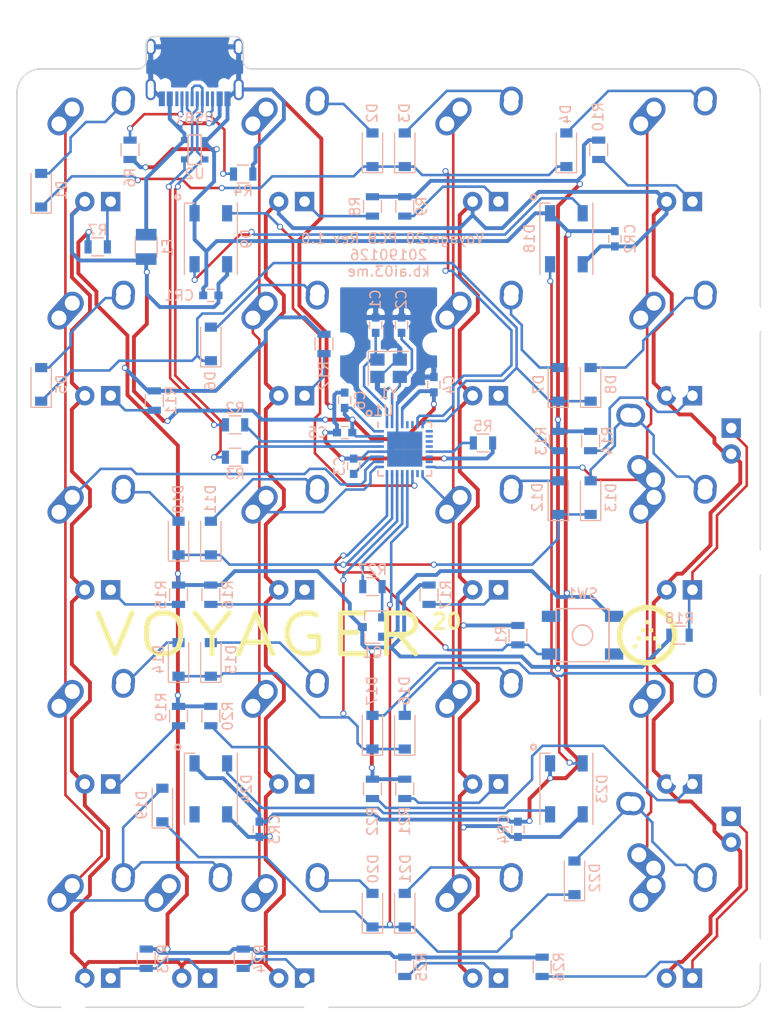
<source format=kicad_pcb>
(kicad_pcb (version 20221018) (generator pcbnew)
  (layers (0 "F.Cu" signal) (31 "B.Cu" signal) (34 "B.Paste" user) (35 "F.Paste" user) (36 "B.SilkS" user "B.Silkscreen") (37 "F.SilkS" user "F.Silkscreen") (38 "B.Mask" user) (39 "F.Mask" user) (44 "Edge.Cuts" user))
  (net 0 "")
  (net 1 "Net-(C1-Pad1)")
  (net 2 "GND")
  (net 3 "Net-(C2-Pad1)")
  (net 4 "Net-(C3-Pad1)")
  (net 5 "+5V")
  (net 6 "ROW0")
  (net 7 "ROW1")
  (net 8 "ROW2")
  (net 9 "ROW3")
  (net 10 "VCC")
  (net 11 "COL0")
  (net 12 "COL1")
  (net 13 "COL2")
  (net 14 "COL3")
  (net 15 "Net-(R1-Pad2)")
  (net 16 "Net-(R5-Pad2)")
  (net 17 "RGBLED")
  (net 18 "Net-(D1-Pad2)")
  (net 19 "Net-(D2-Pad2)")
  (net 20 "Net-(D3-Pad2)")
  (net 21 "Net-(D4-Pad2)")
  (net 22 "Net-(D5-Pad2)")
  (net 23 "Net-(D6-Pad2)")
  (net 24 "Net-(D7-Pad2)")
  (net 25 "Net-(D8-Pad2)")
  (net 26 "Net-(D10-Pad2)")
  (net 27 "Net-(D11-Pad2)")
  (net 28 "Net-(D12-Pad2)")
  (net 29 "Net-(D13-Pad2)")
  (net 30 "Net-(D14-Pad2)")
  (net 31 "Net-(D15-Pad2)")
  (net 32 "Net-(D16-Pad2)")
  (net 33 "Net-(D17-Pad2)")
  (net 34 "Net-(D18-Pad2)")
  (net 35 "Net-(D19-Pad2)")
  (net 36 "Net-(D20-Pad2)")
  (net 37 "Net-(D21-Pad2)")
  (net 38 "Net-(D22-Pad2)")
  (net 39 "Net-(D23-Pad2)")
  (net 40 "Net-(D24-Pad2)")
  (net 41 "D-")
  (net 42 "Net-(R2-Pad2)")
  (net 43 "D+")
  (net 44 "Net-(R3-Pad1)")
  (net 45 "Net-(R4-Pad1)")
  (net 46 "Net-(R6-Pad1)")
  (net 47 "Net-(U1-Pad6)")
  (net 48 "Net-(U1-Pad5)")
  (net 49 "Net-(USB1-Pad9)")
  (net 50 "Net-(USB1-Pad3)")
  (net 51 "Net-(D18-Pad4)")
  (net 52 "ROW4")
  (net 53 "Net-(MX1-Pad4)")
  (net 54 "Net-(MX2-Pad4)")
  (net 55 "Net-(MX3-Pad4)")
  (net 56 "Net-(MX4-Pad4)")
  (net 57 "Net-(MX5-Pad4)")
  (net 58 "Net-(MX6-Pad4)")
  (net 59 "Net-(MX7-Pad4)")
  (net 60 "Net-(MX8-Pad4)")
  (net 61 "Net-(MX9-Pad4)")
  (net 62 "Net-(MX10-Pad4)")
  (net 63 "Net-(MX11-Pad4)")
  (net 64 "Net-(MX13-Pad4)")
  (net 65 "Net-(MX14-Pad4)")
  (net 66 "Net-(MX15-Pad4)")
  (net 67 "Net-(MX16-Pad4)")
  (net 68 "Net-(MX18-Pad4)")
  (net 69 "Net-(MX19-Pad4)")
  (net 70 "LEDGND")
  (net 71 "Net-(U1-Pad18)")
  (net 72 "Net-(U1-Pad15)")
  (net 73 "Net-(U1-Pad14)")
  (net 74 "Net-(U1-Pad12)")
  (net 75 "Net-(U1-Pad11)")
  (net 76 "Net-(U1-Pad10)")
  (net 77 "Net-(U1-Pad9)")
  (net 78 "Net-(MX-E-1-Pad4)")
  (net 79 "Net-(MX-E-2-Pad4)")
  (net 80 "Net-(MX-E-3-Pad4)")
  (net 81 "Net-(Q1-Pad1)")
  (net 82 "Net-(R27-Pad2)")
  (footprint "MX_Alps_Hybrid:MX-1U" (layer "F.Cu") (at 47.625 39.6875)
    (fp_text reference "MX1")
    (fp_text value "MX-1U")
  )
  (footprint "MX_Alps_Hybrid:MX-1U" (layer "F.Cu") (at 66.675 39.6875)
    (fp_text reference "MX2")
    (fp_text value "MX-1U")
  )
  (footprint "MX_Alps_Hybrid:MX-1U" (layer "F.Cu") (at 85.725 39.6875)
    (fp_text reference "MX3")
    (fp_text value "MX-1U")
  )
  (footprint "MX_Alps_Hybrid:MX-1U" (layer "F.Cu") (at 104.775 39.6875)
    (fp_text reference "MX4")
    (fp_text value "MX-1U")
  )
  (footprint "MX_Alps_Hybrid:MX-1U" (layer "F.Cu") (at 47.625 58.7375)
    (fp_text reference "MX5")
    (fp_text value "MX-1U")
  )
  (footprint "MX_Alps_Hybrid:MX-1U" (layer "F.Cu") (at 66.675 58.7375)
    (fp_text reference "MX6")
    (fp_text value "MX-1U")
  )
  (footprint "MX_Alps_Hybrid:MX-1U" (layer "F.Cu") (at 85.725 58.7375)
    (fp_text reference "MX7")
    (fp_text value "MX-1U")
  )
  (footprint "MX_Alps_Hybrid:MX-1U" (layer "F.Cu") (at 104.775 58.7375)
    (fp_text reference "MX8")
    (fp_text value "MX-1U")
  )
  (footprint "MX_Alps_Hybrid:MX-1U" (layer "F.Cu") (at 47.625 77.7875)
    (fp_text reference "MX9")
    (fp_text value "MX-1U")
  )
  (footprint "MX_Alps_Hybrid:MX-1U" (layer "F.Cu") (at 66.675 77.7875)
    (fp_text reference "MX10")
    (fp_text value "MX-1U")
  )
  (footprint "MX_Alps_Hybrid:MX-1U" (layer "F.Cu") (at 85.725 77.7875)
    (fp_text reference "MX11")
    (fp_text value "MX-1U")
  )
  (footprint "MX_Alps_Hybrid:MX-1U" (layer "F.Cu") (at 104.775 77.7875)
    (fp_text reference "MX12")
    (fp_text value "MX-1U")
  )
  (footprint "MX_Alps_Hybrid:MX-1U" (layer "F.Cu") (at 47.625 96.8375)
    (fp_text reference "MX13")
    (fp_text value "MX-1U")
  )
  (footprint "MX_Alps_Hybrid:MX-1U" (layer "F.Cu") (at 66.675 96.8375)
    (fp_text reference "MX14")
    (fp_text value "MX-1U")
  )
  (footprint "MX_Alps_Hybrid:MX-1U" (layer "F.Cu") (at 85.725 96.8375)
    (fp_text reference "MX15")
    (fp_text value "MX-1U")
  )
  (footprint "MX_Alps_Hybrid:MX-1U" (layer "F.Cu") (at 104.775 96.8375)
    (fp_text reference "MX16")
    (fp_text value "MX-1U")
  )
  (footprint "MX_Alps_Hybrid:MX-1U" (layer "F.Cu") (at 47.625 115.8875)
    (fp_text reference "MX17")
    (fp_text value "MX-1U")
  )
  (footprint "MX_Alps_Hybrid:MX-1U" (layer "F.Cu") (at 66.675 115.8875)
    (fp_text reference "MX18")
    (fp_text value "MX-1U")
  )
  (footprint "MX_Alps_Hybrid:MX-1U" (layer "F.Cu") (at 85.725 115.8875)
    (fp_text reference "MX19")
    (fp_text value "MX-1U")
  )
  (footprint "MX_Alps_Hybrid:MX-1U" (layer "F.Cu") (at 104.775 115.8875)
    (fp_text reference "MX20")
    (fp_text value "MX-1U")
  )
  (footprint "MX_Alps_Hybrid:MX-2U-ReversedStabilizers" (layer "F.Cu") (at 104.775 68.2625 90)
    (fp_text reference "MX-E-1")
    (fp_text value "MX-2U")
  )
  (footprint "MX_Alps_Hybrid:MX-2U-ReversedStabilizers" (layer "F.Cu") (at 104.775 106.3625 90)
    (fp_text reference "MX-E-2")
    (fp_text value "MX-2U")
  )
  (footprint "MX_Alps_Hybrid:MX-2U-ReversedStabilizers" (layer "F.Cu") (at 57.15 115.8875)
    (fp_text reference "MX-E-3")
    (fp_text value "MX-2U")
  )
  (footprint "locallib:ai-ring-6mm" (layer "F.Cu") (at 101.6 87.3125)
    (fp_text reference "G***" hide)
    (fp_text value "LOGO" hide)
  )
  (footprint "Capacitors_SMD:C_0603" (layer "B.Cu") (at 74.93 56.896 90)
    (fp_text reference "C1")
    (fp_text value "22p")
  )
  (footprint "Capacitors_SMD:C_0603" (layer "B.Cu") (at 77.47 56.896 90)
    (fp_text reference "C2")
    (fp_text value "22p")
  )
  (footprint "Capacitors_SMD:C_0603" (layer "B.Cu") (at 72.771 70.739 90)
    (fp_text reference "C3")
    (fp_text value "1uF")
  )
  (footprint "Capacitors_SMD:C_0603" (layer "B.Cu") (at 80.645 62.738 90)
    (fp_text reference "C4")
    (fp_text value "0.1u")
  )
  (footprint "Capacitors_SMD:C_0603" (layer "B.Cu") (at 71.882 67.437 180)
    (fp_text reference "C5")
    (fp_text value "0.1u")
  )
  (footprint "Capacitors_SMD:C_0603" (layer "B.Cu") (at 71.882 64.262 90)
    (fp_text reference "C6")
    (fp_text value "4.7u")
  )
  (footprint "Capacitors_SMD:C_0603" (layer "B.Cu") (at 58.7375 53.975 180)
    (fp_text reference "CR1")
    (fp_text value "0.1u")
  )
  (footprint "Capacitors_SMD:C_0603" (layer "B.Cu") (at 98.425 48.41875 90)
    (fp_text reference "CR2")
    (fp_text value "0.1u")
  )
  (footprint "Capacitors_SMD:C_0603" (layer "B.Cu") (at 63.5 106.3625 90)
    (fp_text reference "CR3")
    (fp_text value "0.1u")
  )
  (footprint "Capacitors_SMD:C_0603" (layer "B.Cu") (at 88.9 106.3625 90)
    (fp_text reference "CR4")
    (fp_text value "0.1u")
  )
  (footprint "Diodes_SMD:D_SOD-123" (layer "B.Cu") (at 42.06875 43.65625 90)
    (fp_text reference "D1")
    (fp_text value "SOD-123")
  )
  (footprint "Diodes_SMD:D_SOD-123" (layer "B.Cu") (at 74.6125 39.6875 90)
    (fp_text reference "D2")
    (fp_text value "SOD-123")
  )
  (footprint "Diodes_SMD:D_SOD-123" (layer "B.Cu") (at 77.7875 39.6875 90)
    (fp_text reference "D3")
    (fp_text value "SOD-123")
  )
  (footprint "Diodes_SMD:D_SOD-123" (layer "B.Cu") (at 93.6625 39.6875 90)
    (fp_text reference "D4")
    (fp_text value "SOD-123")
  )
  (footprint "Diodes_SMD:D_SOD-123" (layer "B.Cu") (at 42.06875 62.70625 90)
    (fp_text reference "D5")
    (fp_text value "SOD-123")
  )
  (footprint "Diodes_SMD:D_SOD-123" (layer "B.Cu") (at 58.7375 58.7375 90)
    (fp_text reference "D6")
    (fp_text value "SOD-123")
  )
  (footprint "LEDs:LED_WS2812B-PLCC4" (layer "B.Cu") (at 58.7375 48.41875 90)
    (fp_text reference "D9")
    (fp_text value "WS2812B")
  )
  (footprint "Diodes_SMD:D_SOD-123" (layer "B.Cu") (at 55.5625 77.7875 90)
    (fp_text reference "D10")
    (fp_text value "SOD-123")
  )
  (footprint "Diodes_SMD:D_SOD-123" (layer "B.Cu") (at 58.7375 77.7875 90)
    (fp_text reference "D11")
    (fp_text value "SOD-123")
  )
  (footprint "Diodes_SMD:D_SOD-123" (layer "B.Cu") (at 92.86875 73.81875 90)
    (fp_text reference "D12")
    (fp_text value "SOD-123")
  )
  (footprint "Diodes_SMD:D_SOD-123" (layer "B.Cu") (at 96.04375 73.81875 90)
    (fp_text reference "D13")
    (fp_text value "SOD-123")
  )
  (footprint "Diodes_SMD:D_SOD-123" (layer "B.Cu") (at 77.7875 96.8375 90)
    (fp_text reference "D16")
    (fp_text value "SOD-123")
  )
  (footprint "Diodes_SMD:D_SOD-123" (layer "B.Cu") (at 74.6125 96.8375 90)
    (fp_text reference "D17")
    (fp_text value "SOD-123")
  )
  (footprint "Diodes_SMD:D_SOD-123" (layer "B.Cu") (at 53.975 103.98125 90)
    (fp_text reference "D19")
    (fp_text value "SOD-123")
  )
  (footprint "Diodes_SMD:D_SOD-123" (layer "B.Cu") (at 74.6125 114.3 90)
    (fp_text reference "D20")
    (fp_text value "SOD-123")
  )
  (footprint "Diodes_SMD:D_SOD-123" (layer "B.Cu") (at 77.7875 114.3 90)
    (fp_text reference "D21")
    (fp_text value "SOD-123")
  )
  (footprint "Diodes_SMD:D_SOD-123" (layer "B.Cu") (at 94.45625 111.125 90)
    (fp_text reference "D22")
    (fp_text value "SOD-123")
  )
  (footprint "LEDs:LED_WS2812B-PLCC4" (layer "B.Cu") (at 93.6625 102.39375 90)
    (fp_text reference "D23")
    (fp_text value "WS2812B")
  )
  (footprint "LEDs:LED_WS2812B-PLCC4" (layer "B.Cu") (at 58.7375 102.39375 90)
    (fp_text reference "D24")
    (fp_text value "WS2812B")
  )
  (footprint "Fuse_Holders_and_Fuses:Fuse_SMD1206_Reflow" (layer "B.Cu") (at 52.3875 49.2125 90)
    (fp_text reference "F1")
    (fp_text value "500mA")
  )
  (footprint "Resistors_SMD:R_0805" (layer "B.Cu") (at 88.9 87.3125 -90)
    (fp_text reference "R1")
    (fp_text value "10k")
  )
  (footprint "Resistors_SMD:R_0805" (layer "B.Cu") (at 61.11875 66.675 180)
    (fp_text reference "R2")
    (fp_text value "22")
  )
  (footprint "Resistors_SMD:R_0805" (layer "B.Cu") (at 61.11875 69.85)
    (fp_text reference "R3")
    (fp_text value "22")
  )
  (footprint "Resistors_SMD:R_0805" (layer "B.Cu") (at 61.9125 42.06875)
    (fp_text reference "R4")
    (fp_text value "5.1k")
  )
  (footprint "Resistors_SMD:R_0805" (layer "B.Cu") (at 85.471 68.453 180)
    (fp_text reference "R5")
    (fp_text value "10k")
  )
  (footprint "Resistors_SMD:R_0805" (layer "B.Cu") (at 50.8 39.6875 -90)
    (fp_text reference "R6")
    (fp_text value "5.1k")
  )
  (footprint "Resistors_SMD:R_0805" (layer "B.Cu") (at 47.625 49.2125 180)
    (fp_text reference "R7")
    (fp_text value "1k")
  )
  (footprint "Resistors_SMD:R_0805" (layer "B.Cu") (at 96.8375 39.6875 90)
    (fp_text reference "R10")
    (fp_text value "1k")
  )
  (footprint "Resistors_SMD:R_0805" (layer "B.Cu") (at 53.18125 64.29375 90)
    (fp_text reference "R11")
    (fp_text value "1k")
  )
  (footprint "Resistors_SMD:R_0805" (layer "B.Cu") (at 69.85 58.7375 90)
    (fp_text reference "R12")
    (fp_text value "1k")
  )
  (footprint "Resistors_SMD:R_0805" (layer "B.Cu") (at 92.86875 68.2625 90)
    (fp_text reference "R13")
    (fp_text value "1k")
  )
  (footprint "Resistors_SMD:R_0805" (layer "B.Cu") (at 96.04375 68.2625 90)
    (fp_text reference "R14")
    (fp_text value "1k")
  )
  (footprint "Resistors_SMD:R_0805" (layer "B.Cu") (at 55.5625 83.34375 90)
    (fp_text reference "R15")
    (fp_text value "1k")
  )
  (footprint "Resistors_SMD:R_0805" (layer "B.Cu") (at 58.7375 83.34375 90)
    (fp_text reference "R16")
    (fp_text value "1k")
  )
  (footprint "Resistors_SMD:R_0805" (layer "B.Cu") (at 80.16875 83.34375 90)
    (fp_text reference "R17")
    (fp_text value "1k")
  )
  (footprint "Resistors_SMD:R_0805" (layer "B.Cu") (at 104.775 87.3125 180)
    (fp_text reference "R18")
    (fp_text value "1k")
  )
  (footprint "Resistors_SMD:R_0805" (layer "B.Cu") (at 77.7875 102.39375 90)
    (fp_text reference "R21")
    (fp_text value "1k")
  )
  (footprint "Resistors_SMD:R_0805" (layer "B.Cu") (at 74.6125 102.39375 90)
    (fp_text reference "R22")
    (fp_text value "1k")
  )
  (footprint "Resistors_SMD:R_0805" (layer "B.Cu") (at 52.3875 119.0625 90)
    (fp_text reference "R23")
    (fp_text value "1k")
  )
  (footprint "Resistors_SMD:R_0805" (layer "B.Cu") (at 61.9125 119.0625 90)
    (fp_text reference "R24")
    (fp_text value "1k")
  )
  (footprint "Resistors_SMD:R_0805" (layer "B.Cu") (at 77.7875 119.85625 90)
    (fp_text reference "R25")
    (fp_text value "1k")
  )
  (footprint "Resistors_SMD:R_0805" (layer "B.Cu") (at 91.28125 119.85625 90)
    (fp_text reference "R26")
    (fp_text value "1k")
  )
  (footprint "random-keyboard-parts:SKQG-1155865" (layer "B.Cu") (at 95.25 87.3125)
    (fp_text reference "SW1")
    (fp_text value "SW_Push")
  )
  (footprint "random-keyboard-parts:SOT143B" (layer "B.Cu") (at 57.15 39.6875 -90)
    (fp_text reference "U2")
    (fp_text value "PRTR5V0U2X")
  )
  (footprint "Type-C:HRO-TYPE-C-31-M-12-Assembly" (layer "B.Cu") (at 57.15 26.9875)
    (fp_text reference "USB1")
    (fp_text value "HRO-TYPE-C-31-M-12")
  )
  (footprint "Crystals:Crystal_SMD_3225-4pin_3.2x2.5mm" (layer "B.Cu") (at 76.2 61.11875)
    (fp_text reference "Y1")
    (fp_text value "16MHz")
  )
  (footprint "Housings_DFN_QFN:QFN-32-1EP_5x5mm_Pitch0.5mm" (layer "B.Cu") (at 77.7875 69.05625 -90)
    (fp_text reference "U1")
    (fp_text value "ATmega32U2-AU")
  )
  (footprint "LEDs:LED_WS2812B-PLCC4" (layer "B.Cu") (at 93.6625 48.41875 90)
    (fp_text reference "D18")
    (fp_text value "WS2812B")
  )
  (footprint "TO_SOT_Packages_SMD:SOT-23" (layer "B.Cu") (at 74.6125 86.51875 180)
    (fp_text reference "Q1")
    (fp_text value "Q_NPN_BEC")
  )
  (footprint "Resistors_SMD:R_0805" (layer "B.Cu") (at 74.6125 82.55 180)
    (fp_text reference "R27")
    (fp_text value "1k")
  )
  (footprint "Resistors_SMD:R_0805" (layer "B.Cu") (at 58.7375 95.25 90)
    (fp_text reference "R20")
    (fp_text value "1k")
  )
  (footprint "Resistors_SMD:R_0805" (layer "B.Cu") (at 55.5625 95.25 90)
    (fp_text reference "R19")
    (fp_text value "1k")
  )
  (footprint "Diodes_SMD:D_SOD-123" (layer "B.Cu") (at 58.7375 89.69375 90)
    (fp_text reference "D15")
    (fp_text value "SOD-123")
  )
  (footprint "Diodes_SMD:D_SOD-123" (layer "B.Cu") (at 55.5625 89.69375 90)
    (fp_text reference "D14")
    (fp_text value "SOD-123")
  )
  (footprint "Diodes_SMD:D_SOD-123" (layer "B.Cu") (at 96.04375 62.70625 90)
    (fp_text reference "D8")
    (fp_text value "SOD-123")
  )
  (footprint "Diodes_SMD:D_SOD-123" (layer "B.Cu") (at 92.86875 62.70625 90)
    (fp_text reference "D7")
    (fp_text value "SOD-123")
  )
  (footprint "Resistors_SMD:R_0805" (layer "B.Cu") (at 77.7875 45.24375 90)
    (fp_text reference "R9")
    (fp_text value "1k")
  )
  (footprint "Resistors_SMD:R_0805" (layer "B.Cu") (at 74.6125 45.24375 90)
    (fp_text reference "R8")
    (fp_text value "1k")
  )
  (gr_circle (center 55.499 44.323) (end 55.499 44.069) (stroke (width 0.2)) (fill none) (layer "B.SilkS"))
  (gr_circle (center 55.499 98.298) (end 55.499 98.044) (stroke (width 0.2)) (fill none) (layer "B.SilkS"))
  (gr_circle (center 74.295 65.532) (end 74.295 65.278) (stroke (width 0.2)) (fill none) (layer "B.SilkS"))
  (gr_circle (center 90.424 44.323) (end 90.424 44.069) (stroke (width 0.2)) (fill none) (layer "B.SilkS"))
  (gr_circle (center 90.424 98.298) (end 90.424 98.044) (stroke (width 0.2)) (fill none) (layer "B.SilkS"))
  (gr_line (start 110.33125 123.825) (end 42.06875 123.825) (stroke (width 0.15)) (layer "Edge.Cuts"))
  (gr_arc (start 52.3875 30.95625) (mid 52.155016 31.517516) (end 51.59375 31.75) (stroke (width 0.15)) (layer "Edge.Cuts"))
  (gr_arc (start 42.06875 123.825) (mid 40.384952 123.127548) (end 39.6875 121.44375) (stroke (width 0.15)) (layer "Edge.Cuts"))
  (gr_arc (start 62.70625 31.75) (mid 62.144984 31.517516) (end 61.9125 30.95625) (stroke (width 0.15)) (layer "Edge.Cuts"))
  (gr_line (start 112.7125 121.44375) (end 112.7125 34.13125) (stroke (width 0.15)) (layer "Edge.Cuts"))
  (gr_arc (start 110.33125 31.75) (mid 112.015048 32.447452) (end 112.7125 34.13125) (stroke (width 0.15)) (layer "Edge.Cuts"))
  (gr_arc (start 112.7125 121.44375) (mid 112.015048 123.127548) (end 110.33125 123.825) (stroke (width 0.15)) (layer "Edge.Cuts"))
  (gr_line (start 42.06875 31.75) (end 51.59375 31.75) (stroke (width 0.15)) (layer "Edge.Cuts"))
  (gr_line (start 62.70625 31.75) (end 110.33125 31.75) (stroke (width 0.15)) (layer "Edge.Cuts"))
  (gr_line (start 53.18125 28.575) (end 61.11875 28.575) (stroke (width 0.15)) (layer "Edge.Cuts"))
  (gr_line (start 61.9125 29.36875) (end 61.9125 30.95625) (stroke (width 0.15)) (layer "Edge.Cuts"))
  (gr_arc (start 52.3875 29.36875) (mid 52.619984 28.807484) (end 53.18125 28.575) (stroke (width 0.15)) (layer "Edge.Cuts"))
  (gr_line (start 52.3875 30.95625) (end 52.3875 29.36875) (stroke (width 0.15)) (layer "Edge.Cuts"))
  (gr_line (start 39.6875 121.44375) (end 39.6875 34.13125) (stroke (width 0.15)) (layer "Edge.Cuts"))
  (gr_arc (start 61.11875 28.575) (mid 61.680016 28.807484) (end 61.9125 29.36875) (stroke (width 0.15)) (layer "Edge.Cuts"))
  (gr_arc (start 39.6875 34.13125) (mid 40.384952 32.447452) (end 42.06875 31.75) (stroke (width 0.15)) (layer "Edge.Cuts"))
  (gr_text "Voyager20 PCB Rev 1.0 \n20190126\nkb.ai03.me" (at 76.2 50.00625) (layer "B.SilkS") (effects (font (size 1 1)) (justify mirror)))
  (gr_text "20" (at 81.915 85.979) (layer "F.SilkS") (effects (font (size 1.5 1.5) (thickness 0.3))))
  (gr_text "VOYAGER" (at 63.5 87.3125) (layer "F.SilkS") (effects (font (size 4 5) (thickness 0.5))))
  (segment (start 76.0375 65.1155) (end 73.787 62.865) (width 0.254) (layer "B.Cu") (net 1))
  (segment (start 76.0375 66.65625) (end 76.0375 65.1155) (width 0.254) (layer "B.Cu") (net 1))
  (segment (start 73.787 62.865) (end 73.787 60.96) (width 0.254) (layer "B.Cu") (net 1))
  (segment (start 73.787 60.96) (end 74.47825 60.26875) (width 0.254) (layer "B.Cu") (net 1))
  (segment (start 74.47825 60.26875) (end 75.1 60.26875) (width 0.254) (layer "B.Cu") (net 1))
  (segment (start 74.93 60.09875) (end 75.1 60.26875) (width 0.254) (layer "B.Cu") (net 1))
  (segment (start 74.93 57.646) (end 74.93 60.09875) (width 0.254) (layer "B.Cu") (net 1))
  (segment (start 70.104 64.516) (end 70.104 57.658) (width 0.381) (layer "F.Cu") (net 2))
  (segment (start 69.977 67.437) (end 69.977 68.326) (width 0.381) (layer "F.Cu") (net 2))
  (segment (start 90.043 105.537) (end 90.043 104.394) (width 0.381) (layer "F.Cu") (net 2))
  (segment (start 90.043 103.378) (end 92.075 101.346) (width 0.381) (layer "F.Cu") (net 2))
  (segment (start 70.104 57.658) (end 67.437 54.991) (width 0.381) (layer "F.Cu") (net 2))
  (segment (start 93.599 48.26) (end 93.853 48.006) (width 0.381) (layer "F.Cu") (net 2))
  (segment (start 67.437 48.514) (end 69.596 46.355) (width 0.381) (layer "F.Cu") (net 2))
  (segment (start 53.213 41.402) (end 54.991 39.624) (width 0.381) (layer "F.Cu") (net 2))
  (segment (start 93.599 73.66) (end 93.599 83.058) (width 0.381) (layer "F.Cu") (net 2))
  (segment (start 71.628 69.977) (end 81.661 69.977) (width 0.381) (layer "F.Cu") (net 2))
  (segment (start 69.596 46.355) (end 69.596 38.608) (width 0.381) (layer "F.Cu") (net 2))
  (segment (start 69.596 38.608) (end 64.7555 33.7675) (width 0.381) (layer "F.Cu") (net 2))
  (segment (start 93.726 83.185) (end 93.599 83.312) (width 0.381) (layer "F.Cu") (net 2))
  (segment (start 70.485 64.897) (end 70.104 64.516) (width 0.381) (layer "F.Cu") (net 2))
  (segment (start 94.742 100.203) (end 93.599 101.346) (width 0.381) (layer "F.Cu") (net 2))
  (segment (start 69.977 68.326) (end 71.628 69.977) (width 0.381) (layer "F.Cu") (net 2))
  (segment (start 93.599 83.312) (end 93.599 98.298) (width 0.381) (layer "F.Cu") (net 2))
  (segment (start 93.599 98.298) (end 94.742 99.441) (width 0.381) (layer "F.Cu") (net 2))
  (segment (start 64.7555 33.7675) (end 61.47 33.7675) (width 0.381) (layer "F.Cu") (net 2))
  (segment (start 94.742 99.441) (end 94.742 100.203) (width 0.381) (layer "F.Cu") (net 2))
  (segment (start 93.599 101.346) (end 92.583 101.346) (width 0.381) (layer "F.Cu") (net 2))
  (segment (start 67.437 54.991) (end 67.437 48.514) (width 0.381) (layer "F.Cu") (net 2))
  (segment (start 52.324 41.402) (end 53.213 41.402) (width 0.381) (layer "F.Cu") (net 2))
  (segment (start 54.991 39.624) (end 59.309 39.624) (width 0.381) (layer "F.Cu") (net 2))
  (segment (start 93.599 83.058) (end 93.726 83.185) (width 0.381) (layer "F.Cu") (net 2))
  (segment (start 92.583 101.346) (end 92.075 101.346) (width 0.381) (layer "F.Cu") (net 2))
  (segment (start 93.599 73.66) (end 93.599 48.26) (width 0.381) (layer "F.Cu") (net 2))
  (segment (start 90.043 104.394) (end 90.043 103.378) (width 0.381) (layer "F.Cu") (net 2))
  (via (at 92.075 101.346) (size 0.6) (drill 0.4) (layers "F.Cu" "B.Cu") (net 2))
  (via (at 93.726 83.185) (size 0.6) (drill 0.4) (layers "F.Cu" "B.Cu") (net 2))
  (via (at 69.977 67.437) (size 0.6) (drill 0.4) (layers "F.Cu" "B.Cu") (net 2))
  (via (at 52.324 41.402) (size 0.6) (drill 0.4) (layers "F.Cu" "B.Cu") (net 2))
  (via (at 81.661 69.977) (size 0.6) (drill 0.4) (layers "F.Cu" "B.Cu") (net 2))
  (via (at 59.309 39.624) (size 0.6) (drill 0.4) (layers "F.Cu" "B.Cu") (net 2))
  (via (at 93.853 48.006) (size 0.6) (drill 0.4) (layers "F.Cu" "B.Cu") (net 2))
  (via (at 70.485 64.897) (size 0.6) (drill 0.4) (layers "F.Cu" "B.Cu") (net 2))
  (via (at 71.628 69.977) (size 0.6) (drill 0.4) (layers "F.Cu" "B.Cu") (net 2))
  (via (at 90.043 105.537) (size 0.6) (drill 0.4) (layers "F.Cu" "B.Cu") (net 2))
  (segment (start 77.47 56.146) (end 74.93 56.146) (width 0.381) (layer "B.Cu") (net 2))
  (segment (start 59.309 39.624) (end 59.055 39.878) (width 0.381) (layer "B.Cu") (net 2))
  (segment (start 77.04365 60.26875) (end 77.3 60.26875) (width 0.381) (layer "B.Cu") (net 2))
  (segment (start 78.74 62.865) (end 78.613 62.992) (width 0.381) (layer "B.Cu") (net 2))
  (segment (start 70.866 66.421) (end 71.132 66.687) (width 0.381) (layer "B.Cu") (net 2))
  (segment (start 58.293 52.959) (end 58.293 49.657) (width 0.381) (layer "B.Cu") (net 2))
  (segment (start 80.899 81.407) (end 81.28 81.026) (width 0.381) (layer "B.Cu") (net 2))
  (segment (start 71.108 63.512) (end 70.866 63.754) (width 0.381) (layer "B.Cu") (net 2))
  (segment (start 52.83 29.5875) (end 52.83 33.7675) (width 0.381) (layer "B.Cu") (net 2))
  (segment (start 90.60625 45.91875) (end 87.884 48.641) (width 0.381) (layer "B.Cu") (net 2))
  (segment (start 50.8 40.6375) (end 51.0515 40.6375) (width 0.381) (layer "B.Cu") (net 2))
  (segment (start 92.0625 101.3335) (end 92.0625 99.89375) (width 0.381) (layer "B.Cu") (net 2))
  (segment (start 63.119 40.894) (end 63.119 39.497) (width 0.381) (layer "B.Cu") (net 2))
  (segment (start 78.244 56.146) (end 77.47 56.146) (width 0.381) (layer "B.Cu") (net 2))
  (segment (start 85.852 69.977) (end 81.661 69.977) (width 0.381) (layer "B.Cu") (net 2))
  (segment (start 86.421 69.408) (end 85.852 69.977) (width 0.381) (layer "B.Cu") (net 2))
  (segment (start 79.744 61.988) (end 79.617 61.988) (width 0.381) (layer "B.Cu") (net 2))
  (segment (start 51.816 41.402) (end 52.324 41.402) (width 0.381) (layer "B.Cu") (net 2))
  (segment (start 76.23575 69.30625) (end 77.0375 68.5045) (width 0.254) (layer "B.Cu") (net 2))
  (segment (start 92.075 101.346) (end 92.0625 101.3335) (width 0.381) (layer "B.Cu") (net 2))
  (segment (start 77.089 64.516) (end 77.0375 64.5675) (width 0.254) (layer "B.Cu") (net 2))
  (segment (start 93.853 48.006) (end 93.853 47.70925) (width 0.381) (layer "B.Cu") (net 2))
  (segment (start 75.1 61.96875) (end 75.34365 61.96875) (width 0.381) (layer "B.Cu") (net 2))
  (segment (start 57.1375 45.91875) (end 57.1375 44.7165) (width 0.381) (layer "B.Cu") (net 2))
  (segment (start 57.1375 44.7165) (end 59.055 42.799) (width 0.381) (layer "B.Cu") (net 2))
  (segment (start 93.8125 47.66875) (end 92.0625 45.91875) (width 0.381) (layer "B.Cu") (net 2))
  (segment (start 63.119 39.497) (end 65.913 36.703) (width 0.381) (layer "B.Cu") (net 2))
  (segment (start 73.521 69.989) (end 72.771 69.989) (width 0.254) (layer "B.Cu") (net 2))
  (segment (start 57.9875 53.2645) (end 58.293 52.959) (width 0.381) (layer "B.Cu") (net 2))
  (segment (start 88.138 105.6125) (end 87.9355 105.41) (width 0.381) (layer "B.Cu") (net 2))
  (segment (start 62.8625 42.06875) (end 62.8625 41.1505) (width 0.381) (layer "B.Cu") (net 2))
  (segment (start 77.089 86.868) (end 77.089 83.312) (width 0.381) (layer "B.Cu") (net 2))
  (segment (start 58.15 38.9375) (end 58.15 38.973) (width 0.381) (layer "B.Cu") (net 2))
  (segment (start 71.132 67.437) (end 69.977 67.437) (width 0.381) (layer "B.Cu") (net 2))
  (segment (start 64.897 104.902) (end 64.1865 105.6125) (width 0.381) (layer "B.Cu") (net 2))
  (segment (start 71.628 69.977) (end 71.64 69.989) (width 0.381) (layer "B.Cu") (net 2))
  (segment (start 70.866 64.897) (end 70.866 66.421) (width 0.381) (layer "B.Cu") (net 2))
  (segment (start 98.35 85.4625) (end 98.0355 85.4625) (width 0.381) (layer "B.Cu") (net 2))
  (segment (start 75.3875 69.30625) (end 76.23575 69.30625) (width 0.254) (layer "B.Cu") (net 2))
  (segment (start 57.9875 53.975) (end 57.9875 53.2645) (width 0.381) (layer "B.Cu") (net 2))
  (segment (start 78.74 61.849) (end 78.74 62.865) (width 0.381) (layer "B.Cu") (net 2))
  (segment (start 79.121 57.023) (end 78.244 56.146) (width 0.381) (layer "B.Cu") (net 2))
  (segment (start 70.866 63.754) (end 70.866 64.897) (width 0.381) (layer "B.Cu") (net 2))
  (segment (start 93.726 83.566) (end 96.139 83.566) (width 0.381) (layer "B.Cu") (net 2))
  (segment (start 71.132 66.687) (end 71.132 67.437) (width 0.381) (layer "B.Cu") (net 2))
  (segment (start 60.375 36.7125) (end 58.15 38.9375) (width 0.381) (layer "B.Cu") (net 2))
  (segment (start 57.1375 48.5015) (end 57.1375 45.91875) (width 0.381) (layer "B.Cu") (net 2))
  (segment (start 79.121 61.468) (end 79.121 57.023) (width 0.381) (layer "B.Cu") (net 2))
  (segment (start 58.15 38.973) (end 59.055 39.878) (width 0.381) (layer "B.Cu") (net 2))
  (segment (start 58.293 101.346) (end 57.1375 100.1905) (width 0.381) (layer "B.Cu") (net 2))
  (segment (start 81.28 81.026) (end 90.297 81.026) (width 0.381) (layer "B.Cu") (net 2))
  (segment (start 61.47 33.7675) (end 61.29 33.7675) (width 0.381) (layer "B.Cu") (net 2))
  (segment (start 74.8545 104.902) (end 64.897 104.902) (width 0.381) (layer "B.Cu") (net 2))
  (segment (start 76.48825 87.46875) (end 77.089 86.868) (width 0.381) (layer "B.Cu") (net 2))
  (segment (start 75.3875 69.30625) (end 74.20375 69.30625) (width 0.254) (layer "B.Cu") (net 2))
  (segment (start 53.01 33.7675) (end 53.925 34.6825) (width 0.381) (layer "B.Cu") (net 2))
  (segment (start 89.9675 105.6125) (end 90.043 105.537) (width 0.381) (layer "B.Cu") (net 2))
  (segment (start 86.421 68.453) (end 86.421 69.408) (width 0.381) (layer "B.Cu") (net 2))
  (segment (start 59.309 48.641) (end 58.293 49.657) (width 0.381) (layer "B.Cu") (net 2))
  (segment (start 77.0375 68.5045) (end 77.0375 66.65625) (width 0.254) (layer "B.Cu") (net 2))
  (segment (start 64.7555 33.7675) (end 61.47 33.7675) (width 0.381) (layer "B.Cu") (net 2))
  (segment (start 98.425 47.66875) (end 93.8125 47.66875) (width 0.381) (layer "B.Cu") (net 2))
  (segment (start 92.0625 45.91875) (end 90.60625 45.91875) (width 0.381) (layer "B.Cu") (net 2))
  (segment (start 77.089 83.312) (end 78.994 81.407) (width 0.381) (layer "B.Cu") (net 2))
  (segment (start 63.5 105.6125) (end 63.5 104.902) (width 0.381) (layer "B.Cu") (net 2))
  (segment (start 57.1375 100.1905) (end 57.1375 99.89375) (width 0.381) (layer "B.Cu") (net 2))
  (segment (start 88.9 105.6125) (end 88.138 105.6125) (width 0.381) (layer "B.Cu") (net 2))
  (segment (start 71.882 63.512) (end 71.108 63.512) (width 0.381) (layer "B.Cu") (net 2))
  (segment (start 80.645 61.988) (end 79.744 61.988) (width 0.381) (layer "B.Cu") (net 2))
  (segment (start 74.20375 69.30625) (end 73.521 69.989) (width 0.254) (layer "B.Cu") (net 2))
  (segment (start 75.3625 105.41) (end 74.8545 104.902) (width 0.381) (layer "B.Cu") (net 2))
  (segment (start 77.0375 64.6945) (end 77.0375 64.5675) (width 0.254) (layer "B.Cu") (net 2))
  (segment (start 98.0355 85.4625) (end 96.139 83.566) (width 0.381) (layer "B.Cu") (net 2))
  (segment (start 60.375 34.6825) (end 60.375 36.7125) (width 0.381) (layer "B.Cu") (net 2))
  (segment (start 92.837 83.566) (end 93.726 83.566) (width 0.381) (layer "B.Cu") (net 2))
  (segment (start 59.944 101.346) (end 58.293 101.346) (width 0.381) (layer "B.Cu") (net 2))
  (segment (start 52.83 33.7675) (end 53.01 33.7675) (width 0.381) (layer "B.Cu") (net 2))
  (segment (start 58.293 49.657) (end 57.1375 48.5015) (width 0.381) (layer "B.Cu") (net 2))
  (segment (start 75.6125 87.46875) (end 76.48825 87.46875) (width 0.381) (layer "B.Cu") (net 2))
  (segment (start 65.913 34.925) (end 64.7555 33.7675) (width 0.381) (layer "B.Cu") (net 2))
  (segment (start 51.0515 40.6375) (end 51.816 41.402) (width 0.381) (layer "B.Cu") (net 2))
  (segment (start 78.994 81.407) (end 80.899 81.407) (width 0.381) (layer "B.Cu") (net 2))
  (segment (start 65.913 36.703) (end 65.913 34.925) (width 0.381) (layer "B.Cu") (net 2))
  (segment (start 93.853 47.70925) (end 93.8125 47.66875) (width 0.381) (layer "B.Cu") (net 2))
  (segment (start 78.74 62.865) (end 77.089 64.516) (width 0.381) (layer "B.Cu") (net 2))
  (segment (start 93.726 83.185) (end 93.726 83.566) (width 0.381) (layer "B.Cu") (net 2))
  (segment (start 71.64 69.989) (end 72.771 69.989) (width 0.381) (layer "B.Cu") (net 2))
  (segment (start 78.74 61.849) (end 79.121 61.468) (width 0.381) (layer "B.Cu") (net 2))
  (segment (start 62.8625 41.1505) (end 63.119 40.894) (width 0.381) (layer "B.Cu") (net 2))
  (segment (start 77.0375 66.65625) (end 77.0375 64.6945) (width 0.254) (layer "B.Cu") (net 2))
  (segment (start 61.47 33.7675) (end 61.47 29.5875) (width 0.381) (layer "B.Cu") (net 2))
  (segment (start 61.47 29.5875) (end 52.83 29.5875) (width 0.381) (layer "B.Cu") (net 2))
  (segment (start 79.617 61.988) (end 78.613 62.992) (width 0.381) (layer "B.Cu") (net 2))
  (segment (start 59.055 39.878) (end 59.055 42.799) (width 0.381) (layer "B.Cu") (net 2))
  (segment (start 87.884 48.641) (end 59.309 48.641) (width 0.381) (layer "B.Cu") (net 2))
  (segment (start 90.297 81.026) (end 92.837 83.566) (width 0.381) (layer "B.Cu") (net 2))
  (segment (start 61.29 33.7675) (end 60.375 34.6825) (width 0.381) (layer "B.Cu") (net 2))
  (segment (start 63.5 104.902) (end 59.944 101.346) (width 0.381) (layer "B.Cu") (net 2))
  (segment (start 87.9355 105.41) (end 75.3625 105.41) (width 0.381) (layer "B.Cu") (net 2))
  (segment (start 88.9 105.6125) (end 89.9675 105.6125) (width 0.381) (layer "B.Cu") (net 2))
  (segment (start 75.34365 61.96875) (end 77.04365 60.26875) (width 0.2032) (layer "B.Cu") (net 2))
  (segment (start 70.866 64.897) (end 70.485 64.897) (width 0.381) (layer "B.Cu") (net 2))
  (segment (start 64.1865 105.6125) (end 63.5 105.6125) (width 0.381) (layer "B.Cu") (net 2))
  (segment (start 78.486 61.214) (end 78.486 59.309) (width 0.254) (layer "B.Cu") (net 3))
  (segment (start 78.486 59.309) (end 77.47 58.293) (width 0.254) (layer "B.Cu") (net 3))
  (segment (start 77.3 62.8645) (end 76.5375 63.627) (width 0.254) (layer "B.Cu") (net 3))
  (segment (start 77.3 61.96875) (end 77.3 62.8645) (width 0.254) (layer "B.Cu") (net 3))
  (segment (start 77.3 61.96875) (end 77.73125 61.96875) (width 0.254) (layer "B.Cu") (net 3))
  (segment (start 76.5375 66.65625) (end 76.5375 63.627) (width 0.254) (layer "B.Cu") (net 3))
  (segment (start 77.73125 61.96875) (end 78.486 61.214) (width 0.254) (layer "B.Cu") (net 3))
  (segment (start 77.47 58.293) (end 77.47 57.646) (width 0.254) (layer "B.Cu") (net 3))
  (segment (start 72.783 71.489) (end 74.46575 69.80625) (width 0.254) (layer "B.Cu") (net 4))
  (segment (start 75.3875 69.80625) (end 74.46575 69.80625) (width 0.254) (layer "B.Cu") (net 4))
  (segment (start 72.771 71.489) (end 72.783 71.489) (width 0.254) (layer "B.Cu") (net 4))
  (segment (start 107.823 78.486) (end 105.029 81.28) (width 0.381) (layer "F.Cu") (net 5))
  (segment (start 83.185 81.5975) (end 84.455 82.8675) (width 0.381) (layer "F.Cu") (net 5))
  (segment (start 65.405 63.8175) (end 65.405 63.881) (width 0.381) (layer "F.Cu") (net 5))
  (segment (start 45.085 118.491) (end 46.355 119.761) (width 0.381) (layer "F.Cu") (net 5))
  (segment (start 46.863 73.025) (end 45.085 71.247) (width 0.381) (layer "F.Cu") (net 5))
  (segment (start 103.505 63.8175) (end 103.505 64.389) (width 0.381) (layer "F.Cu") (net 5))
  (segment (start 64.135 62.611) (end 64.135 57.404) (width 0.381) (layer "F.Cu") (net 5))
  (segment (start 84.963 74.676) (end 83.185 76.454) (width 0.381) (layer "F.Cu") (net 5))
  (segment (start 84.455 82.8675) (end 84.3915 82.8675) (width 0.381) (layer "F.Cu") (net 5))
  (segment (start 45.085 117.602) (end 45.085 114.554) (width 0.381) (layer "F.Cu") (net 5))
  (segment (start 45.085 100.6475) (end 46.355 101.9175) (width 0.381) (layer "F.Cu") (net 5))
  (segment (start 109.855 69.5325) (end 109.9185 69.5325) (width 0.381) (layer "F.Cu") (net 5))
  (segment (start 110.744 112.014) (end 110.744 108.5215) (width 0.381) (layer "F.Cu") (net 5))
  (segment (start 103.505 101.9175) (end 103.505 102.362) (width 0.381) (layer "F.Cu") (net 5))
  (segment (start 107.823 114.935) (end 110.744 112.014) (width 0.381) (layer "F.Cu") (net 5))
  (segment (start 46.355 119.761) (end 46.736 119.38) (width 0.381) (layer "F.Cu") (net 5))
  (segment (start 64.135 81.5975) (end 65.405 82.8675) (width 0.381) (layer "F.Cu") (net 5))
  (segment (start 46.355 104.013) (end 46.355 101.9175) (width 0.381) (layer "F.Cu") (net 5))
  (segment (start 46.863 91.948) (end 46.863 93.726) (width 0.381) (layer "F.Cu") (net 5))
  (segment (start 108.204 68.453) (end 109.2835 69.5325) (width 0.381) (layer "F.Cu") (net 5))
  (segment (start 65.405 63.881) (end 64.135 65.151) (width 0.381) (layer "F.Cu") (net 5))
  (segment (start 51.181 63.373) (end 51.181 58.039) (width 0.381) (layer "F.Cu") (net 5))
  (segment (start 83.566 106.172) (end 83.185 106.172) (width 0.381) (layer "F.Cu") (net 5))
  (segment (start 46.863 53.975) (end 45.085 52.197) (width 0.381) (layer "F.Cu") (net 5))
  (segment (start 45.085 81.5975) (end 45.085 76.454) (width 0.381) (layer "F.Cu") (net 5))
  (segment (start 109.2835 69.5325) (end 109.855 69.5325) (width 0.381) (layer "F.Cu") (net 5))
  (segment (start 72.644 66.167) (end 74.549 68.072) (width 0.381) (layer "F.Cu") (net 5))
  (segment (start 105.918 65.659) (end 108.204 67.945) (width 0.381) (layer "F.Cu") (net 5))
  (segment (start 83.185 103.124) (end 83.185 106.172) (width 0.381) (layer "F.Cu") (net 5))
  (segment (start 84.963 73.025) (end 84.963 74.676) (width 0.381) (layer "F.Cu") (net 5))
  (segment (start 104.648 119.38) (end 105.029 119.38) (width 0.381) (layer "F.Cu") (net 5))
  (segment (start 83.185 76.454) (end 83.185 81.5975) (width 0.381) (layer "F.Cu") (net 5))
  (segment (start 45.085 95.504) (end 45.085 100.6475) (width 0.381) (layer "F.Cu") (net 5))
  (segment (start 45.085 52.197) (end 45.085 46.0375) (width 0.381) (layer "F.Cu") (net 5))
  (segment (start 64.135 90.297) (end 64.135 84.1375) (width 0.381) (layer "F.Cu") (net 5))
  (segment (start 102.235 95.631) (end 104.013 93.853) (width 0.381) (layer "F.Cu") (net 5))
  (segment (start 103.505 120.523) (end 104.648 119.38) (width 0.381) (layer "F.Cu") (net 5))
  (segment (start 83.566 86.36) (end 83.185 86.36) (width 0.381) (layer "F.Cu") (net 5))
  (segment (start 83.185 57.404) (end 83.185 62.5475) (width 0.381) (layer "F.Cu") (net 5))
  (segment (start 64.135 109.347) (end 64.135 107.061) (width 0.381) (layer "F.Cu") (net 5))
  (segment (start 80.645 65.151) (end 79.756 66.04) (width 0.381) (layer "F.Cu") (net 5))
  (segment (start 64.135 119.634) (end 63.881 119.38) (width 0.381) (layer "F.Cu") (net 5))
  (segment (start 102.235 100.584) (end 102.235 95.631) (width 0.381) (layer "F.Cu") (net 5))
  (segment (start 46.863 112.776) (end 46.863 110.998) (width 0.381) (layer "F.Cu") (net 5))
  (segment (start 46.355 63.8175) (end 45.085 62.5475) (width 0.381) (layer "F.Cu") (net 5))
  (segment (start 103.505 120.9675) (end 103.505 120.523) (width 0.381) (layer "F.Cu") (net 5))
  (segment (start 64.135 52.197) (end 64.135 46.0375) (width 0.381) (layer "F.Cu") (net 5))
  (segment (start 83.185 109.347) (end 84.963 111.125) (width 0.381) (layer "F.Cu") (net 5))
  (segment (start 105.029 119.38) (end 107.823 116.586) (width 0.381) (layer "F.Cu") (net 5))
  (segment (start 102.235 57.531) (end 102.235 62.5475) (width 0.381) (layer "F.Cu") (net 5))
  (segment (start 83.185 86.36) (end 83.185 90.297) (width 0.381) (layer "F.Cu") (net 5))
  (segment (start 72.644 66.167) (end 70.231 66.167) (width 0.381) (layer "F.Cu") (net 5))
  (segment (start 65.405 101.9175) (end 65.3415 101.9175) (width 0.381) (layer "F.Cu") (net 5))
  (segment (start 45.085 117.602) (end 45.085 118.491) (width 0.381) (layer "F.Cu") (net 5))
  (segment (start 64.135 65.151) (end 64.135 71.247) (width 0.381) (layer "F.Cu") (net 5))
  (segment (start 55.88 119.761) (end 55.88 120.9675) (width 0.381) (layer "F.Cu") (net 5))
  (segment (start 109.9185 69.5325) (end 110.744 70.358) (width 0.381) (layer "F.Cu") (net 5))
  (segment (start 54.102 66.294) (end 51.181 63.373) (width 0.381) (layer "F.Cu") (net 5))
  (segment (start 108.204 106.553) (end 109.2835 107.6325) (width 0.381) (layer "F.Cu") (net 5))
  (segment (start 65.913 93.726) (end 65.913 92.075) (width 0.381) (layer "F.Cu") (net 5))
  (segment (start 83.185 114.681) (end 83.185 119.6975) (width 0.381) (layer "F.Cu") (net 5))
  (segment (start 84.455 101.9175) (end 84.3915 101.9175) (width 0.381) (layer "F.Cu") (net 5))
  (segment (start 45.085 71.247) (end 45.085 65.151) (width 0.381) (layer "F.Cu") (net 5))
  (segment (start 83.185 119.6975) (end 84.455 120.9675) (width 0.381) (layer "F.Cu") (net 5))
  (segment (start 110.744 70.358) (end 110.744 72.39) (width 0.381) (layer "F.Cu") (net 5))
  (segment (start 45.085 114.554) (end 46.863 112.776) (width 0.381) (layer "F.Cu") (net 5))
  (segment (start 65.3415 63.8175) (end 64.135 62.611) (width 0.381) (layer "F.Cu") (net 5))
  (segment (start 83.185 95.504) (end 83.185 100.6475) (width 0.381) (layer "F.Cu") (net 5))
  (segment (start 105.918 103.632) (end 108.204 105.918) (width 0.381) (layer "F.Cu") (net 5))
  (segment (start 102.235 46.101) (end 102.235 52.07) (width 0.381) (layer "F.Cu") (net 5))
  (segment (start 64.135 107.061) (end 64.135 103.1875) (width 0.381) (layer "F.Cu") (net 5))
  (segment (start 83.185 90.297) (end 84.963 92.075) (width 0.381) (layer "F.Cu") (net 5))
  (segment (start 64.135 114.554) (end 65.913 112.776) (width 0.381) (layer "F.Cu") (net 5))
  (segment (start 54.483 66.294) (end 54.102 66.294) (width 0.381) (layer "F.Cu") (net 5))
  (segment (start 46.736 119.38) (end 55.499 119.38) (width 0.381) (layer "F.Cu") (net 5))
  (segment (start 104.775 103.632) (end 105.918 103.632) (width 0.381) (layer "F.Cu") (net 5))
  (segment (start 104.013 92.075) (end 102.235 90.297) (width 0.381) (layer "F.Cu") (net 5))
  (segment (start 102.235 52.07) (end 104.013 53.848) (width 0.381) (layer "F.Cu") (net 5))
  (segment (start 46.355 120.9675) (end 46.355 119.761) (width 0.381) (layer "F.Cu") (net 5))
  (segment (start 84.963 53.975) (end 84.963 55.626) (width 0.381) (layer "F.Cu") (net 5))
  (segment (start 80.645 64.643) (end 80.645 65.151) (width 0.381) (layer "F.Cu") (net 5))
  (segment (start 108.204 67.945) (end 108.204 68.453) (width 0.381) (layer "F.Cu") (net 5))
  (segment (start 45.085 57.404) (end 46.863 55.626) (width 0.381) (layer "F.Cu") (net 5))
  (segment (start 103.505 101.854) (end 102.235 100.584) (width 0.381) (layer "F.Cu") (net 5))
  (segment (start 52.451 55.245) (end 52.451 51.689) (width 0.381) (layer "F.Cu") (net 5))
  (segment (start 45.085 62.5475) (end 45.085 57.404) (width 0.381) (layer "F.Cu") (net 5))
  (segment (start 65.405 63.8175) (end 65.3415 63.8175) (width 0.381) (layer "F.Cu") (net 5))
  (segment (start 83.185 65.024) (end 83.185 71.247) (width 0.381) (layer "F.Cu") (net 5))
  (segment (start 65.405 120.9675) (end 65.405 120.904) (width 0.381) (layer "F.Cu") (net 5))
  (segment (start 84.455 63.8175) (end 84.3915 63.8175) (width 0.381) (layer "F.Cu") (net 5))
  (segment (start 109.855 107.6325) (end 109.855 108.077) (width 0.381) (layer "F.Cu") (net 5))
  (segment (start 64.135 95.504) (end 65.913 93.726) (width 0.381) (layer "F.Cu") (net 5))
  (segment (start 110.744 72.39) (end 107.823 75.311) (width 0.381) (layer "F.Cu") (net 5))
  (segment (start 46.863 93.726) (end 45.085 95.504) (width 0.381) (layer "F.Cu") (net 5))
  (segment (start 104.521 81.28) (end 103.505 82.296) (width 0.381) (layer "F.Cu") (net 5))
  (segment (start 65.913 112.776) (end 65.913 111.125) (width 0.381) (layer "F.Cu") (net 5))
  (segment (start 64.135 76.454) (end 64.135 81.5975) (width 0.381) (layer "F.Cu") (net 5))
  (segment (start 104.775 65.659) (end 105.918 65.659) (width 0.381) (layer "F.Cu") (net 5))
  (segment (start 83.185 106.172) (end 83.185 109.347) (width 0.381) (layer "F.Cu") (net 5))
  (segment (start 108.204 105.918) (end 108.204 106.553) (width 0.381) (layer "F.Cu") (net 5))
  (segment (start 46.863 74.676) (end 46.863 73.025) (width 0.381) (layer "F.Cu") (net 5))
  (segment (start 55.88 120.9675) (end 55.88 120.904) (width 0.381) (layer "F.Cu") (net 5))
  (segment (start 65.913 92.075) (end 64.135 90.297) (width 0.381) (layer "F.Cu") (net 5))
  (segment (start 103.505 102.362) (end 104.775 103.632) (width 0.381) (layer "F.Cu") (net 5))
  (segment (start 46.355 63.881) (end 46.355 63.8175) (width 0.381) (layer "F.Cu") (net 5))
  (segment (start 109.2835 107.6325) (end 109.855 107.6325) (width 0.381) (layer "F.Cu") (net 5))
  (segment (start 103.505 82.296) (end 103.505 82.8675) (width 0.381) (layer "F.Cu") (net 5))
  (segment (start 102.235 90.297) (end 102.235 84.1375) (width 0.381) (layer "F.Cu") (net 5))
  (segment (start 104.013 93.853) (end 104.013 92.075) (width 0.381) (layer "F.Cu") (net 5))
  (segment (start 105.029 81.28) (end 104.521 81.28) (width 0.381) (layer "F.Cu") (net 5))
  (segment (start 65.913 53.975) (end 64.135 52.197) (width 0.381) (layer "F.Cu") (net 5))
  (segment (start 84.3915 101.9175) (end 83.185 103.124) (width 0.381) (layer "F.Cu") (net 5))
  (segment (start 74.549 68.072) (end 77.724 68.072) (width 0.381) (layer "F.Cu") (net 5))
  (segment (start 83.185 62.5475) (end 84.455 63.8175) (width 0.381) (layer "F.Cu") (net 5))
  (segment (start 70.231 66.167) (end 69.977 66.167) (width 0.381) (layer "F.Cu") (net 5))
  (segment (start 65.913 55.626) (end 65.913 53.975) (width 0.381) (layer "F.Cu") (net 5))
  (segment (start 83.185 46.101) (end 83.185 52.197) (width 0.381) (layer "F.Cu") (net 5))
  (segment (start 48.641 106.299) (end 46.355 104.013) (width 0.381) (layer "F.Cu") (net 5))
  (segment (start 84.455 44.7675) (end 84.455 44.831) (width 0.381) (layer "F.Cu") (net 5))
  (segment (start 45.085 46.0375) (end 46.355 44.7675) (width 0.381) (layer "F.Cu") (net 5))
  (segment (start 77.724 68.072) (end 79.756 66.04) (width 0.381) (layer "F.Cu") (net 5))
  (segment (start 83.185 52.197) (end 84.963 53.975) (width 0.381) (layer "F.Cu") (net 5))
  (segment (start 51.181 58.039) (end 52.451 56.769) (width 0.381) (layer "F.Cu") (net 5))
  (segment (start 63.881 119.38) (end 56.261 119.38) (width 0.381) (layer "F.Cu") (net 5))
  (segment (start 103.505 101.9175) (end 103.4415 101.9175) (width 0.381) (layer "F.Cu") (net 5))
  (segment (start 64.135 84.1375) (end 65.405 82.8675) (width 0.381) (layer "F.Cu") (net 5))
  (segment (start 84.963 55.626) (end 83.185 57.404) (width 0.381) (layer "F.Cu") (net 5))
  (segment (start 103.505 44.7675) (end 103.505 44.831) (width 0.381) (layer "F.Cu") (net 5))
  (segment (start 103.505 64.389) (end 104.775 65.659) (width 0.381) (layer "F.Cu") (net 5))
  (segment (start 84.963 93.726) (end 83.185 95.504) (width 0.381) (layer "F.Cu") (net 5))
  (segment (start 84.3915 63.8175) (end 83.185 65.024) (width 0.381) (layer "F.Cu") (net 5))
  (segment (start 83.185 71.247) (end 84.963 73.025) (width 0.381) (layer "F.Cu") (net 5))
  (segment (start 64.135 46.0375) (end 65.405 44.7675) (width 0.381) (layer "F.Cu") (net 5))
  (segment (start 46.355 82.8675) (end 46.2915 82.8675) (width 0.381) (layer "F.Cu") (net 5))
  (segment (start 55.499 119.38) (end 55.88 119.761) (width 0.381) (layer "F.Cu") (net 5))
  (segment (start 65.405 120.904) (end 64.135 119.634) (width 0.381) (layer "F.Cu") (net 5))
  (segment (start 65.3415 101.9175) (end 64.135 100.711) (width 0.381) (layer "F.Cu") (net 5))
  (segment (start 65.913 73.025) (end 65.913 74.676) (width 0.381) (layer "F.Cu") (net 5))
  (segment (start 64.135 100.711) (end 64.135 95.504) (width 0.381) (layer "F.Cu") (net 5))
  (segment (start 83.185 84.074) (end 83.185 86.36) (width 0.381) (layer "F.Cu") (net 5))
  (segment (start 103.505 44.831) (end 102.235 46.101) (width 0.381) (layer "F.Cu") (net 5))
  (segment (start 52.451 56.769) (end 52.451 55.245) (width 0.381) (layer "F.Cu") (net 5))
  (segment (start 45.085 65.151) (end 46.355 63.881) (width 0.381) (layer "F.Cu") (net 5))
  (segment (start 46.863 110.998) (end 48.641 109.22) (width 0.381) (layer "F.Cu") (net 5))
  (segment (start 110.744 108.5215) (end 109.855 107.6325) (width 0.381) (layer "F.Cu") (net 5))
  (segment (start 46.355 82.8675) (end 45.085 81.5975) (width 0.381) (layer "F.Cu") (net 5))
  (segment (start 64.135 119.634) (end 64.135 114.554) (width 0.381) (layer "F.Cu") (net 5))
  (segment (start 102.235 84.1375) (end 103.505 82.8675) (width 0.381) (layer "F.Cu") (net 5))
  (segment (start 45.085 90.17) (end 46.863 91.948) (width 0.381) (layer "F.Cu") (net 5))
  (segment (start 45.085 76.454) (end 46.863 74.676) (width 0.381) (layer "F.Cu") (net 5))
  (segment (start 46.2915 82.8675) (end 45.085 84.074) (width 0.381) (layer "F.Cu") (net 5))
  (segment (start 48.641 109.22) (end 48.641 106.299) (width 0.381) (layer "F.Cu") (net 5))
  (segment (start 84.3915 82.8675) (end 83.185 84.074) (width 0.381) (layer "F.Cu") (net 5))
  (segment (start 107.823 116.586) (end 107.823 114.935) (width 0.381) (layer "F.Cu") (net 5))
  (segment (start 104.013 53.848) (end 104.013 55.753) (width 0.381) (layer "F.Cu") (net 5))
  (segment (start 64.135 71.247) (end 65.913 73.025) (width 0.381) (layer "F.Cu") (net 5))
  (segment (start 84.455 44.831) (end 83.185 46.101) (width 0.381) (layer "F.Cu") (net 5))
  (segment (start 104.013 55.753) (end 102.235 57.531) (width 0.381) (layer "F.Cu") (net 5))
  (segment (start 103.505 101.9175) (end 103.505 101.854) (width 0.381) (layer "F.Cu") (net 5))
  (segment (start 45.085 84.074) (end 45.085 90.17) (width 0.381) (layer "F.Cu") (net 5))
  (segment (start 102.235 62.5475) (end 103.505 63.8175) (width 0.381) (layer "F.Cu") (net 5))
  (segment (start 64.135 103.1875) (end 65.405 101.9175) (width 0.381) (layer "F.Cu") (net 5))
  (segment (start 65.913 111.125) (end 64.135 109.347) (width 0.381) (layer "F.Cu") (net 5))
  (segment (start 64.135 57.404) (end 65.913 55.626) (width 0.381) (layer "F.Cu") (net 5))
  (segment (start 64.516 107.061) (end 64.135 107.061) (width 0.381) (layer "F.Cu") (net 5))
  (segment (start 84.963 112.903) (end 83.185 114.681) (width 0.381) (layer "F.Cu") (net 5))
  (segment (start 107.823 75.311) (end 107.823 78.486) (width 0.381) (layer "F.Cu") (net 5))
  (segment (start 46.863 55.626) (end 46.863 53.975) (width 0.381) (layer "F.Cu") (net 5))
  (segment (start 56.261 119.38) (end 55.88 119.761) (width 0.381) (layer "F.Cu") (net 5))
  (segment (start 83.185 100.6475) (end 84.455 101.9175) (width 0.381) (layer "F.Cu") (net 5))
  (segment (start 84.963 111.125) (end 84.963 112.903) (width 0.381) (layer "F.Cu") (net 5))
  (segment (start 84.963 92.075) (end 84.963 93.726) (width 0.381) (layer "F.Cu") (net 5))
  (segment (start 65.913 74.676) (end 64.135 76.454) (width 0.381) (layer "F.Cu") (net 5))
  (via (at 54.483 66.294) (size 0.6) (drill 0.4) (layers "F.Cu" "B.Cu") (net 5))
  (via (at 83.566 86.36) (size 0.6) (drill 0.4) (layers "F.Cu" "B.Cu") (net 5))
  (via (at 83.566 106.172) (size 0.6) (drill 0.4) (layers "F.Cu" "B.Cu") (net 5))
  (via (at 72.644 66.167) (size 0.6) (drill 0.4) (layers "F.Cu" "B.Cu") (net 5))
  (via (at 64.516 107.061) (size 0.6) (drill 0.4) (layers "F.Cu" "B.Cu") (net 5))
  (via (at 69.977 66.167) (size 0.6) (drill 0.4) (layers "F.Cu" "B.Cu") (net 5))
  (via (at 80.645 64.643) (size 0.6) (drill 0.4) (layers "F.Cu" "B.Cu") (net 5))
  (via (at 52.451 51.689) (size 0.6) (drill 0.4) (layers "F.Cu" "B.Cu") (net 5))
  (segment (start 55.626 65.278) (end 55.499 65.278) (width 0.381) (layer "B.Cu") (net 5))
  (segment (start 88.9 107.1125) (end 93.04375 107.1125) (width 0.381) (layer "B.Cu") (net 5))
  (segment (start 63.5 107.1125) (end 62.992 107.1125) (width 0.381) (layer "B.Cu") (net 5))
  (segment (start 87.122 106.045) (end 83.693 106.045) (width 0.381) (layer "B.Cu") (net 5))
  (segment (start 69.342 66.167) (end 69.977 66.167) (width 0.381) (layer "B.Cu") (net 5))
  (segment (start 71.882 65.659) (end 72.39 66.167) (width 0.381) (layer "B.Cu") (net 5))
  (segment (start 77.5375 65.278) (end 77.5375 66.65625) (width 0.254) (layer "B.Cu") (net 5))
  (segment (start 45.085 46.101) (end 45.085 49.784) (width 0.381) (layer "B.Cu") (net 5))
  (segment (start 88.1895 107.1125) (end 87.122 106.045) (width 0.381) (layer "B.Cu") (net 5))
  (segment (start 45.847 50.546) (end 52.254 50.546) (width 0.381) (layer "B.Cu") (net 5))
  (segment (start 80.645 63.488) (end 80.633 63.488) (width 0.381) (layer "B.Cu") (net 5))
  (segment (start 98.425 49.16875) (end 97.0125 49.16875) (width 0.381) (layer "B.Cu") (net 5))
  (segment (start 74.79925 67.30625) (end 72.505 65.012) (width 0.254) (layer "B.Cu") (net 5))
  (segment (start 83.5685 86.3625) (end 83.566 86.36) (width 0.381) (layer "B.Cu") (net 5))
  (segment (start 60.3375 105.0415) (end 62.4085 107.1125) (width 0.381) (layer "B.Cu") (net 5))
  (segment (start 69.342 66.167) (end 63.754 66.167) (width 0.381) (layer "B.Cu") (net 5))
  (segment (start 46.355 44.831) (end 45.085 46.101) (width 0.381) (layer "B.Cu") (net 5))
  (segment (start 52.3875 51.6255) (end 52.451 51.689) (width 0.381) (layer "B.Cu") (net 5))
  (segment (start 66.802 47.371) (end 83.185 47.371) (width 0.381) (layer "B.Cu") (net 5))
  (segment (start 102.5525 43.815) (end 103.505 44.7675) (width 0.381) (layer "B.Cu") (net 5))
  (segment (start 63.754 66.167) (end 62.865 65.278) (width 0.381) (layer "B.Cu") (net 5))
  (segment (start 52.451 53.848) (end 52.451 51.689) (width 0.381) (layer "B.Cu") (net 5))
  (segment (start 72.505 65.012) (end 71.882 65.012) (width 0.254) (layer "B.Cu") (net 5))
  (segment (start 75.3875 67.30625) (end 74.79925 67.30625) (width 0.254) (layer "B.Cu") (net 5))
  (segment (start 85.725 47.371) (end 87.376 47.371) (width 0.381) (layer "B.Cu") (net 5))
  (segment (start 60.3375 51.982) (end 59.4875 52.832) (width 0.381) (layer "B.Cu") (net 5))
  (segment (start 73.00125 67.80625) (end 72.632 67.437) (width 0.254) (layer "B.Cu") (net 5))
  (segment (start 62.4085 107.1125) (end 62.992 107.1125) (width 0.381) (layer "B.Cu") (net 5))
  (segment (start 65.405 44.7675) (end 65.405 45.974) (width 0.381) (layer "B.Cu") (net 5))
  (segment (start 84.455 46.101) (end 85.725 47.371) (width 0.381) (layer "B.Cu") (net 5))
  (segment (start 79.248 63.373) (end 80.53 63.373) (width 0.381) (layer "B.Cu") (net 5))
  (segment (start 55.499 65.278) (end 54.483 66.294) (width 0.381) (layer "B.Cu") (net 5))
  (segment (start 62.865 65.278) (end 55.626 65.278) (width 0.381) (layer "B.Cu") (net 5))
  (segment (start 90.932 43.815) (end 102.5525 43.815) (width 0.381) (layer "B.Cu") (net 5))
  (segment (start 75.3875 67.80625) (end 73.00125 67.80625) (width 0.254) (layer "B.Cu") (net 5))
  (segment (start 59.4875 54.6855) (end 59.055 55.118) (width 0.381) (layer "B.Cu") (net 5))
  (segment (start 52.254 50.546) (end 52.3875 50.4125) (width 0.381) (layer "B.Cu") (net 5))
  (segment (start 59.4875 53.975) (end 59.4875 52.832) (width 0.381) (layer "B.Cu") (net 5))
  (segment (start 77.597 65.024) (end 77.5375 65.0835) (width 0.254) (layer "B.Cu") (net 5))
  (segment (start 72.39 66.167) (end 72.644 66.167) (width 0.381) (layer "B.Cu") (net 5))
  (segment (start 100.31025 49.16875) (end 98.425 49.16875) (width 0.381) (layer "B.Cu") (net 5))
  (segment (start 45.085 49.784) (end 45.847 50.546) (width 0.381) (layer "B.Cu") (net 5))
  (segment (start 59.055 55.118) (end 53.721 55.118) (width 0.381) (layer "B.Cu") (net 5))
  (segment (start 52.3875 50.4125) (end 52.3875 51.6255) (width 0.381) (layer "B.Cu") (net 5))
  (segment (start 93.04375 107.1125) (end 95.2625 104.89375) (width 0.381) (layer "B.Cu") (net 5))
  (segment (start 53.721 55.118) (end 52.451 53.848) (width 0.381) (layer "B.Cu") (net 5))
  (segment (start 84.455 46.101) (end 84.455 44.7675) (width 0.381) (layer "B.Cu") (net 5))
  (segment (start 80.53 63.373) (end 80.645 63.488) (width 0.381) (layer "B.Cu") (net 5))
  (segment (start 87.376 47.371) (end 90.932 43.815) (width 0.381) (layer "B.Cu") (net 5))
  (segment (start 72.632 66.179) (end 72.632 67.437) (width 0.381) (layer "B.Cu") (net 5))
  (segment (start 63.5 107.1125) (end 64.4645 107.1125) (width 0.381) (layer "B.Cu") (net 5))
  (segment (start 46.355 44.7675) (end 46.355 44.831) (width 0.381) (layer "B.Cu") (net 5))
  (segment (start 103.505 44.7675) (end 103.505 45.974) (width 0.381) (layer "B.Cu") (net 5))
  (segment (start 83.185 47.371) (end 84.455 46.101) (width 0.381) (layer "B.Cu") (net 5))
  (segment (start 77.5375 65.0835) (end 77.5375 65.278) (width 0.254) (layer "B.Cu") (net 5))
  (segment (start 88.9 86.3625) (end 83.5685 86.3625) (width 0.381) (layer "B.Cu") (net 5))
  (segment (start 60.3375 50.91875) (end 60.3375 51.982) (width 0.381) (layer "B.Cu") (net 5))
  (segment (start 77.597 65.024) (end 79.248 63.373) (width 0.381) (layer "B.Cu") (net 5))
  (segment (start 103.505 45.974) (end 100.31025 49.16875) (width 0.381) (layer "B.Cu") (net 5))
  (segment (start 59.4875 53.975) (end 59.4875 54.6855) (width 0.381) (layer "B.Cu") (net 5))
  (segment (start 80.645 63.488) (end 80.645 64.643) (width 0.381) (layer "B.Cu") (net 5))
  (segment (start 65.405 45.974) (end 66.802 47.371) (width 0.381) (layer "B.Cu") (net 5))
  (segment (start 97.0125 49.16875) (end 95.2625 50.91875) (width 0.381) (layer "B.Cu") (net 5))
  (segment (start 72.644 66.167) (end 72.632 66.179) (width 0.381) (layer "B.Cu") (net 5))
  (segment (start 88.9 107.1125) (end 88.1895 107.1125) (width 0.381) (layer "B.Cu") (net 5))
  (segment (start 71.882 65.012) (end 71.882 65.659) (width 0.381) (layer "B.Cu") (net 5))
  (segment (start 60.3375 104.89375) (end 60.3375 105.0415) (width 0.381) (layer "B.Cu") (net 5))
  (segment (start 64.4645 107.1125) (end 64.516 107.061) (width 0.381) (layer "B.Cu") (net 5))
  (segment (start 83.693 106.045) (end 83.566 106.172) (width 0.381) (layer "B.Cu") (net 5))
  (segment (start 77.5375 65.2105) (end 77.5375 65.278) (width 0.254) (layer "B.Cu") (net 5))
  (segment (start 55.88 42.545) (end 51.689 42.545) (width 0.254) (layer "F.Cu") (net 6))
  (segment (start 82.042 51.308) (end 81.788 51.562) (width 0.254) (layer "F.Cu") (net 6))
  (segment (start 81.788 41.783) (end 82.042 42.037) (width 0.254) (layer "F.Cu") (net 6))
  (segment (start 82.042 42.037) (end 82.042 51.308) (width 0.254) (layer "F.Cu") (net 6))
  (segment (start 56.769 43.434) (end 55.88 42.545) (width 0.254) (layer "F.Cu") (net 6))
  (segment (start 59.817 43.434) (end 56.769 43.434) (width 0.254) (layer "F.Cu") (net 6))
  (segment (start 51.689 42.545) (end 51.562 42.672) (width 0.254) (layer "F.Cu") (net 6))
  (via (at 81.788 51.562) (size 0.6) (drill 0.4) (layers "F.Cu" "B.Cu") (net 6))
  (via (at 59.817 43.434) (size 0.6) (drill 0.4) (layers "F.Cu" "B.Cu") (net 6))
  (via (at 81.788 41.783) (size 0.6) (drill 0.4) (layers "F.Cu" "B.Cu") (net 6))
  (via (at 51.562 42.672) (size 0.6) (drill 0.4) (layers "F.Cu" "B.Cu") (net 6))
  (segment (start 63.627 43.434) (end 59.817 43.434) (width 0.254) (layer "B.Cu") (net 6))
  (segment (start 73.7245 41.3375) (end 72.771 42.291) (width 0.254) (layer "B.Cu") (net 6))
  (segment (start 79.0375 65.9965) (end 79.0375 66.65625) (width 0.254) (layer "B.Cu") (net 6))
  (segment (start 64.77 42.291) (end 63.627 43.434) (width 0.254) (layer "B.Cu") (net 6))
  (segment (start 74.6125 41.3375) (end 73.7245 41.3375) (width 0.254) (layer "B.Cu") (net 6))
  (segment (start 82.55 64.77) (end 81.534 65.786) (width 0.254) (layer "B.Cu") (net 6))
  (segment (start 81.788 41.783) (end 81.915 41.91) (width 0.254) (layer "B.Cu") (net 6))
  (segment (start 82.423 51.562) (end 88.265 57.404) (width 0.254) (layer "B.Cu") (net 6))
  (segment (start 92.7745 41.3375) (end 93.6625 41.3375) (width 0.254) (layer "B.Cu") (net 6))
  (segment (start 79.248 65.786) (end 79.0375 65.9965) (width 0.254) (layer "B.Cu") (net 6))
  (segment (start 82.55 62.865) (end 82.55 64.77) (width 0.254) (layer "B.Cu") (net 6))
  (segment (start 78.6755 41.3375) (end 79.502 42.164) (width 0.254) (layer "B.Cu") (net 6))
  (segment (start 77.7875 41.3375) (end 74.6125 41.3375) (width 0.254) (layer "B.Cu") (net 6))
  (segment (start 83.566 61.849) (end 82.55 62.865) (width 0.254) (layer "B.Cu") (net 6))
  (segment (start 87.249 61.849) (end 83.566 61.849) (width 0.254) (layer "B.Cu") (net 6))
  (segment (start 88.265 60.833) (end 87.249 61.849) (width 0.254) (layer "B.Cu") (net 6))
  (segment (start 88.265 57.404) (end 88.265 60.833) (width 0.254) (layer "B.Cu") (net 6))
  (segment (start 81.788 51.562) (end 82.423 51.562) (width 0.254) (layer "B.Cu") (net 6))
  (segment (start 51.181 42.291) (end 45.084 42.291) (width 0.254) (layer "B.Cu") (net 6))
  (segment (start 64.897 42.291) (end 64.77 42.291) (width 0.254) (layer "B.Cu") (net 6))
  (segment (start 81.534 65.786) (end 79.248 65.786) (width 0.254) (layer "B.Cu") (net 6))
  (segment (start 81.915 42.164) (end 91.948 42.164) (width 0.254) (layer "B.Cu") (net 6))
  (segment (start 79.502 42.164) (end 81.915 42.164) (width 0.254) (layer "B.Cu") (net 6))
  (segment (start 51.562 42.672) (end 51.181 42.291) (width 0.254) (layer "B.Cu") (net 6))
  (segment (start 91.948 42.164) (end 92.7745 41.3375) (width 0.254) (layer "B.Cu") (net 6))
  (segment (start 45.084 42.291) (end 42.06875 45.30625) (width 0.254) (layer "B.Cu") (net 6))
  (segment (start 81.915 41.91) (end 81.915 42.164) (width 0.254) (layer "B.Cu") (net 6))
  (segment (start 72.771 42.291) (end 64.897 42.291) (width 0.254) (layer "B.Cu") (net 6))
  (segment (start 77.7875 41.3375) (end 78.6755 41.3375) (width 0.254) (layer "B.Cu") (net 6))
  (segment (start 92.04225 64.35625) (end 88.773 61.087) (width 0.254) (layer "B.Cu") (net 7))
  (segment (start 59.944 55.753) (end 57.912 55.753) (width 0.254) (layer "B.Cu") (net 7))
  (segment (start 57.404 56.261) (end 57.404 59.8795) (width 0.254) (layer "B.Cu") (net 7))
  (segment (start 92.86875 64.35625) (end 92.04225 64.35625) (width 0.254) (layer "B.Cu") (net 7))
  (segment (start 88.773 61.087) (end 88.773 57.15) (width 0.254) (layer "B.Cu") (net 7))
  (segment (start 58.7375 60.3875) (end 57.912 60.3875) (width 0.254) (layer "B.Cu") (net 7))
  (segment (start 57.404 59.8795) (end 57.912 60.3875) (width 0.254) (layer "B.Cu") (net 7))
  (segment (start 83.058 63.119) (end 83.82 62.357) (width 0.254) (layer "B.Cu") (net 7))
  (segment (start 87.503 62.357) (end 88.773 61.087) (width 0.254) (layer "B.Cu") (net 7))
  (segment (start 79.89975 66.294) (end 79.5375 66.65625) (width 0.254) (layer "B.Cu") (net 7))
  (segment (start 64.897 50.8) (end 59.944 55.753) (width 0.254) (layer "B.Cu") (net 7))
  (segment (start 57.912 55.753) (end 57.404 56.261) (width 0.254) (layer "B.Cu") (net 7))
  (segment (start 81.788 66.294) (end 83.058 65.024) (width 0.254) (layer "B.Cu") (net 7))
  (segment (start 48.768 61.341) (end 45.084 61.341) (width 0.254) (layer "B.Cu") (net 7))
  (segment (start 83.82 62.357) (end 87.503 62.357) (width 0.254) (layer "B.Cu") (net 7))
  (segment (start 96.04375 64.35625) (end 92.86875 64.35625) (width 0.254) (layer "B.Cu") (net 7))
  (segment (start 45.084 61.341) (end 42.06875 64.35625) (width 0.254) (layer "B.Cu") (net 7))
  (segment (start 81.788 66.294) (end 79.89975 66.294) (width 0.254) (layer "B.Cu") (net 7))
  (segment (start 88.773 57.15) (end 82.423 50.8) (width 0.254) (layer "B.Cu") (net 7))
  (segment (start 56.896 60.3875) (end 57.404 59.8795) (width 0.254) (layer "B.Cu") (net 7))
  (segment (start 49.7215 60.3875) (end 48.768 61.341) (width 0.254) (layer "B.Cu") (net 7))
  (segment (start 83.058 65.024) (end 83.058 63.119) (width 0.254) (layer "B.Cu") (net 7))
  (segment (start 82.423 50.8) (end 64.897 50.8) (width 0.254) (layer "B.Cu") (net 7))
  (segment (start 56.134 60.3875) (end 56.896 60.3875) (width 0.254) (layer "B.Cu") (net 7))
  (segment (start 56.134 60.3875) (end 49.7215 60.3875) (width 0.254) (layer "B.Cu") (net 7))
  (segment (start 80.645 80.391) (end 71.755 80.391) (width 0.254) (layer "F.Cu") (net 8))
  (via (at 71.755 80.391) (size 0.6) (drill 0.4) (layers "F.Cu" "B.Cu") (net 8))
  (via (at 80.645 80.391) (size 0.6) (drill 0.4) (layers "F.Cu" "B.Cu") (net 8))
  (segment (start 92.86875 75.46875) (end 92.86875 77.81925) (width 0.254) (layer "B.Cu") (net 8))
  (segment (start 71.755 80.391) (end 60.579 80.391) (width 0.254) (layer "B.Cu") (net 8))
  (segment (start 76.5375 71.45625) (end 76.5375 75.8625) (width 0.254) (layer "B.Cu") (net 8))
  (segment (start 90.297 80.391) (end 80.645 80.391) (width 0.254) (layer "B.Cu") (net 8))
  (segment (start 72.009 80.391) (end 71.755 80.391) (width 0.254) (layer "B.Cu") (net 8))
  (segment (start 76.5375 75.8625) (end 72.009 80.391) (width 0.254) (layer "B.Cu") (net 8))
  (segment (start 92.86875 77.81925) (end 90.297 80.391) (width 0.254) (layer "B.Cu") (net 8))
  (segment (start 92.86875 75.46875) (end 96.04375 75.46875) (width 0.254) (layer "B.Cu") (net 8))
  (segment (start 59.6255 79.4375) (end 58.7375 79.4375) (width 0.254) (layer "B.Cu") (net 8))
  (segment (start 58.7375 79.4375) (end 55.5625 79.4375) (width 0.254) (layer "B.Cu") (net 8))
  (segment (start 60.579 80.391) (end 59.6255 79.4375) (width 0.254) (layer "B.Cu") (net 8))
  (segment (start 71.755 81.915) (end 71.755 94.996) (width 0.254) (layer "F.Cu") (net 9))
  (via (at 71.755 81.915) (size 0.6) (drill 0.4) (layers "F.Cu" "B.Cu") (net 9))
  (via (at 71.755 94.996) (size 0.6) (drill 0.4) (layers "F.Cu" "B.Cu") (net 9))
  (segment (start 71.755 94.996) (end 71.755 95.377) (width 0.254) (layer "B.Cu") (net 9))
  (segment (start 77.7875 98.4875) (end 74.6125 98.4875) (width 0.254) (layer "B.Cu") (net 9))
  (segment (start 65.151 91.059) (end 59.944 91.059) (width 0.254) (layer "B.Cu") (net 9))
  (segment (start 77.0375 72.5685) (end 77.0375 76.1245) (width 0.254) (layer "B.Cu") (net 9))
  (segment (start 71.755 95.377) (end 69.469 95.377) (width 0.254) (layer "B.Cu") (net 9))
  (segment (start 77.0375 76.1245) (end 75.946 77.216) (width 0.254) (layer "B.Cu") (net 9))
  (segment (start 73.152 97.917) (end 73.152 96.266) (width 0.254) (layer "B.Cu") (net 9))
  (segment (start 75.946 77.216) (end 71.755 81.407) (width 0.254) (layer "B.Cu") (net 9))
  (segment (start 58.7375 91.34375) (end 55.5625 91.34375) (width 0.254) (layer "B.Cu") (net 9))
  (segment (start 69.469 95.377) (end 65.151 91.059) (width 0.254) (layer "B.Cu") (net 9))
  (segment (start 59.65925 91.34375) (end 58.7375 91.34375) (width 0.254) (layer "B.Cu") (net 9))
  (segment (start 73.277 98.042) (end 73.152 97.917) (width 0.254) (layer "B.Cu") (net 9))
  (segment (start 73.279 98.042) (end 73.277 98.042) (width 0.254) (layer "B.Cu") (net 9))
  (segment (start 71.755 81.407) (end 71.755 81.915) (width 0.254) (layer "B.Cu") (net 9))
  (segment (start 72.263 95.377) (end 71.755 95.377) (width 0.254) (layer "B.Cu") (net 9))
  (segment (start 77.0375 71.45625) (end 77.0375 72.5685) (width 0.254) (layer "B.Cu") (net 9))
  (segment (start 73.152 96.266) (end 72.263 95.377) (width 0.254) (layer "B.Cu") (net 9))
  (segment (start 74.6125 98.4875) (end 73.7245 98.4875) (width 0.254) (layer "B.Cu") (net 9))
  (segment (start 59.944 91.059) (end 59.65925 91.34375) (width 0.254) (layer "B.Cu") (net 9))
  (segment (start 73.7245 98.4875) (end 73.279 98.042) (width 0.254) (layer "B.Cu") (net 9))
  (segment (start 58.547 37.084) (end 56.007 37.084) (width 0.381) (layer "F.Cu") (net 10))
  (segment (start 56.007 37.084) (end 55.753 37.084) (width 0.381) (layer "F.Cu") (net 10))
  (via (at 58.547 37.084) (size 0.6) (drill 0.4) (layers "F.Cu" "B.Cu") (net 10))
  (via (at 55.753 37.084) (size 0.6) (drill 0.4) (layers "F.Cu" "B.Cu") (net 10))
  (segment (start 52.3875 48.0125) (end 52.3875 42.5) (width 0.381) (layer "B.Cu") (net 10))
  (segment (start 52.3875 42.5) (end 56.15 38.7375) (width 0.381) (layer "B.Cu") (net 10))
  (segment (start 55.753 37.719) (end 56.15 38.116) (width 0.381) (layer "B.Cu") (net 10))
  (segment (start 59.6 34.6825) (end 59.6 36.412) (width 0.381) (layer "B.Cu") (net 10))
  (segment (start 54.7 36.666) (end 55.753 37.719) (width 0.381) (layer "B.Cu") (net 10))
  (segment (start 55.753 37.084) (end 55.753 37.719) (width 0.381) (layer "B.Cu") (net 10))
  (segment (start 54.7 34.6825) (end 54.7 36.666) (width 0.381) (layer "B.Cu") (net 10))
  (segment (start 56.15 38.116) (end 56.15 38.7375) (width 0.381) (layer "B.Cu") (net 10))
  (segment (start 58.928 37.084) (end 58.547 37.084) (width 0.381) (layer "B.Cu") (net 10))
  (segment (start 59.6 36.412) (end 58.928 37.084) (width 0.381) (layer "B.Cu") (net 10))
  (segment (start 44.45 74.6125) (end 43.815 75.2475) (width 0.254) (layer "F.Cu") (net 11))
  (segment (start 43.815 113.157) (end 48.006 108.966) (width 0.254) (layer "F.Cu") (net 11))
  (segment (start 44.45 56.8325) (end 44.45 74.6125) (width 0.254) (layer "F.Cu") (net 11))
  (segment (start 44.45 53.213) (end 44.45 54.0625) (width 0.254) (layer "F.Cu") (net 11))
  (segment (start 44.45 93.6625) (end 43.815 94.2975) (width 0.254) (layer "F.Cu") (net 11))
  (segment (start 43.815 113.3475) (end 43.815 113.157) (width 0.254) (layer "F.Cu") (net 11))
  (segment (start 44.45 54.0625) (end 45.125 54.7375) (width 0.254) (layer "F.Cu") (net 11))
  (segment (start 44.45 53.213) (end 44.45 37.7825) (width 0.254) (layer "F.Cu") (net 11))
  (segment (start 44.45 102.997) (end 44.45 94.9325) (width 0.254) (layer "F.Cu") (net 11))
  (segment (start 48.006 106.553) (end 44.45 102.997) (width 0.254) (layer "F.Cu") (net 11))
  (segment (start 44.45 94.9325) (end 43.815 94.2975) (width 0.254) (layer "F.Cu") (net 11))
  (segment (start 43.815 75.2475) (end 44.45 75.8825) (width 0.254) (layer "F.Cu") (net 11))
  (segment (start 43.815 56.1975) (end 44.45 56.8325) (width 0.254) (layer "F.Cu") (net 11))
  (segment (start 48.006 108.966) (end 48.006 106.553) (width 0.254) (layer "F.Cu") (net 11))
  (segment (start 44.45 75.8825) (end 44.45 93.6625) (width 0.254) (layer "F.Cu") (net 11))
  (segment (start 44.45 37.7825) (end 43.815 37.1475) (width 0.254) (layer "F.Cu") (net 11))
  (segment (start 51.435 71.501) (end 67.945 71.501) (width 0.254) (layer "B.Cu") (net 11))
  (segment (start 45.125 73.7875) (end 47.9195 70.993) (width 0.254) (layer "B.Cu") (net 11))
  (segment (start 68.453 70.993) (end 69.977 70.993) (width 0.254) (layer "B.Cu") (net 11))
  (segment (start 73.533 72.517) (end 73.914 72.136) (width 0.254) (layer "B.Cu") (net 11))
  (segment (start 69.977 70.993) (end 71.501 72.517) (width 0.254) (layer "B.Cu") (net 11))
  (segment (start 73.914 71.12) (end 74.72775 70.30625) (width 0.254) (layer "B.Cu") (net 11))
  (segment (start 71.501 72.517) (end 73.533 72.517) (width 0.254) (layer "B.Cu") (net 11))
  (segment (start 43.815 113.3475) (end 53.34 113.3475) (width 0.254) (layer "B.Cu") (net 11))
  (segment (start 73.914 72.136) (end 73.914 71.12) (width 0.254) (layer "B.Cu") (net 11))
  (segment (start 47.9195 70.993) (end 50.927 70.993) (width 0.254) (layer "B.Cu") (net 11))
  (segment (start 67.945 71.501) (end 68.453 70.993) (width 0.254) (layer "B.Cu") (net 11))
  (segment (start 74.72775 70.30625) (end 75.3875 70.30625) (width 0.254) (layer "B.Cu") (net 11))
  (segment (start 50.927 70.993) (end 51.435 71.501) (width 0.254) (layer "B.Cu") (net 11))
  (segment (start 62.865 57.658) (end 63.5 58.293) (width 0.254) (layer "F.Cu") (net 12))
  (segment (start 63.5 75.8825) (end 63.5 93.6625) (width 0.254) (layer "F.Cu") (net 12))
  (segment (start 62.865 37.1475) (end 63.5 37.7825) (width 0.254) (layer "F.Cu") (net 12))
  (segment (start 63.5 37.7825) (end 63.5 55.5625) (width 0.254) (layer "F.Cu") (net 12))
  (segment (start 62.865 113.3475) (end 63.5 112.7125) (width 0.254) (layer "F.Cu") (net 12))
  (segment (start 63.5 112.7125) (end 63.5 94.9325) (width 0.254) (layer "F.Cu") (net 12))
  (segment (start 63.5 58.293) (end 63.5 74.6125) (width 0.254) (layer "F.Cu") (net 12))
  (segment (start 63.5 55.5625) (end 62.865 56.1975) (width 0.254) (layer "F.Cu") (net 12))
  (segment (start 62.865 56.1975) (end 62.865 57.658) (width 0.254) (layer "F.Cu") (net 12))
  (segment (start 62.865 75.2475) (end 63.5 75.8825) (width 0.254) (layer "F.Cu") (net 12))
  (segment (start 63.5 93.6625) (end 62.865 94.2975) (width 0.254) (layer "F.Cu") (net 12))
  (segment (start 63.5 74.6125) (end 62.865 75.2475) (width 0.254) (layer "F.Cu") (net 12))
  (segment (start 63.5 94.9325) (end 62.865 94.2975) (width 0.254) (layer "F.Cu") (net 12))
  (segment (start 69.7865 75.2475) (end 72.009 73.025) (width 0.254) (layer "B.Cu") (net 12))
  (segment (start 72.009 73.025) (end 73.787 73.025) (width 0.254) (layer "B.Cu") (net 12))
  (segment (start 74.422 72.39) (end 74.422 71.374) (width 0.254) (layer "B.Cu") (net 12))
  (segment (start 62.865 75.2475) (end 69.7865 75.2475) (width 0.254) (layer "B.Cu") (net 12))
  (segment (start 74.422 71.374) (end 74.98975 70.80625) (width 0.254) (layer "B.Cu") (net 12))
  (segment (start 74.98975 70.80625) (end 75.3875 70.80625) (width 0.254) (layer "B.Cu") (net 12))
  (segment (start 73.787 73.025) (end 74.422 72.39) (width 0.254) (layer "B.Cu") (net 12))
  (segment (start 82.55 94.9325) (end 82.55 112.7125) (width 0.254) (layer "F.Cu") (net 13))
  (segment (start 82.55 75.8825) (end 82.55 93.6625) (width 0.254) (layer "F.Cu") (net 13))
  (segment (start 82.55 93.6625) (end 81.915 94.2975) (width 0.254) (layer "F.Cu") (net 13))
  (segment (start 81.915 56.1975) (end 82.55 56.8325) (width 0.254) (layer "F.Cu") (net 13))
  (segment (start 82.55 56.8325) (end 82.55 74.6125) (width 0.254) (layer "F.Cu") (net 13))
  (segment (start 81.915 37.1475) (end 82.55 37.7825) (width 0.254) (layer "F.Cu") (net 13))
  (segment (start 82.55 112.7125) (end 81.915 113.3475) (width 0.254) (layer "F.Cu") (net 13))
  (segment (start 81.915 75.2475) (end 82.55 75.8825) (width 0.254) (layer "F.Cu") (net 13))
  (segment (start 81.915 94.2975) (end 82.55 94.9325) (width 0.254) (layer "F.Cu") (net 13))
  (segment (start 82.55 55.5625) (end 81.915 56.1975) (width 0.254) (layer "F.Cu") (net 13))
  (segment (start 82.55 74.6125) (end 81.915 75.2475) (width 0.254) (layer "F.Cu") (net 13))
  (segment (start 82.55 37.7825) (end 82.55 55.5625) (width 0.254) (layer "F.Cu") (net 13))
  (segment (start 81.915 74.168) (end 81.915 75.2475) (width 0.254) (layer "B.Cu") (net 13))
  (segment (start 79.5375 71.7905) (end 81.915 74.168) (width 0.254) (layer "B.Cu") (net 13))
  (segment (start 79.5375 71.45625) (end 79.5375 71.7905) (width 0.254) (layer "B.Cu") (net 13))
  (segment (start 96.4565 72.0725) (end 95.25 70.866) (width 0.254) (layer "F.Cu") (net 14))
  (segment (start 101.981 103.124) (end 101.6 102.743) (width 0.254) (layer "F.Cu") (net 14))
  (segment (start 101.6 75.8825) (end 101.6 93.6625) (width 0.254) (layer "F.Cu") (net 14))
  (segment (start 101.6 66.929) (end 101.981 66.548) (width 0.254) (layer "F.Cu") (net 14))
  (segment (start 101.6 93.6625) (end 100.965 94.2975) (width 0.254) (layer "F.Cu") (net 14))
  (segment (start 101.6 37.7825) (end 100.965 37.1475) (width 0.254) (layer "F.Cu") (net 14))
  (segment (start 100.775 108.8625) (end 101.6 108.0375) (width 0.254) (layer "F.Cu") (net 14))
  (segment (start 101.6 102.743) (end 101.6 94.9325) (width 0.254) (layer "F.Cu") (net 14))
  (segment (start 101.981 65.024) (end 101.6 64.643) (width 0.254) (layer "F.Cu") (net 14))
  (segment (start 101.6 64.643) (end 101.6 56.8325) (width 0.254) (layer "F.Cu") (net 14))
  (segment (start 101.6 55.5625) (end 101.6 37.7825) (width 0.254) (layer "F.Cu") (net 14))
  (segment (start 101.6 69.9375) (end 101.6 66.929) (width 0.254) (layer "F.Cu") (net 14))
  (segment (start 102.235 73.9775) (end 100.965 75.2475) (width 0.254) (layer "F.Cu") (net 14))
  (segment (start 100.775 70.7625) (end 101.6 69.9375) (width 0.254) (layer "F.Cu") (net 14))
  (segment (start 102.235 72.0725) (end 102.235 73.9775) (width 0.254) (layer "F.Cu") (net 14))
  (segment (start 100.965 56.1975) (end 101.6 55.5625) (width 0.254) (layer "F.Cu") (net 14))
  (segment (start 102.235 72.0725) (end 96.4565 72.0725) (width 0.254) (layer "F.Cu") (net 14))
  (segment (start 101.6 108.0375) (end 101.6 105.029) (width 0.254) (layer "F.Cu") (net 14))
  (segment (start 101.6 105.029) (end 101.981 104.648) (width 0.254) (layer "F.Cu") (net 14))
  (segment (start 100.965 75.2475) (end 101.6 75.8825) (width 0.254) (layer "F.Cu") (net 14))
  (segment (start 101.6 56.8325) (end 100.965 56.1975) (width 0.254) (layer "F.Cu") (net 14))
  (segment (start 101.6 94.9325) (end 100.965 94.2975) (width 0.254) (layer "F.Cu") (net 14))
  (segment (start 101.981 104.648) (end 101.981 103.124) (width 0.254) (layer "F.Cu") (net 14))
  (segment (start 101.981 66.548) (end 101.981 65.024) (width 0.254) (layer "F.Cu") (net 14))
  (via (at 95.25 70.866) (size 0.6) (drill 0.4) (layers "F.Cu" "B.Cu") (net 14))
  (segment (start 95.25 70.866) (end 80.83175 70.866) (width 0.254) (layer "B.Cu") (net 14))
  (segment (start 102.235 112.0775) (end 100.965 113.3475) (width 0.254) (layer "B.Cu") (net 14))
  (segment (start 80.772 70.80625) (end 80.1875 70.80625) (width 0.254) (layer "B.Cu") (net 14))
  (segment (start 80.83175 70.866) (end 80.772 70.80625) (width 0.254) (layer "B.Cu") (net 14))
  (segment (start 102.235 110.1725) (end 102.235 112.0775) (width 0.254) (layer "B.Cu") (net 14))
  (segment (start 71.755 79.502) (end 71.628 79.502) (width 0.254) (layer "F.Cu") (net 15))
  (segment (start 70.993 80.137) (end 70.993 80.772) (width 0.254) (layer "F.Cu") (net 15))
  (segment (start 71.628 79.502) (end 70.993 80.137) (width 0.254) (layer "F.Cu") (net 15))
  (segment (start 70.993 80.772) (end 71.374 81.153) (width 0.254) (layer "F.Cu") (net 15))
  (segment (start 71.374 81.153) (end 74.422 81.153) (width 0.254) (layer "F.Cu") (net 15))
  (segment (start 74.422 81.153) (end 81.788 88.519) (width 0.254) (layer "F.Cu") (net 15))
  (via (at 81.788 88.519) (size 0.6) (drill 0.4) (layers "F.Cu" "B.Cu") (net 15))
  (via (at 71.755 79.502) (size 0.6) (drill 0.4) (layers "F.Cu" "B.Cu") (net 15))
  (segment (start 76.0375 71.45625) (end 76.0375 73.6345) (width 0.254) (layer "B.Cu") (net 15))
  (segment (start 89.9135 88.2625) (end 90.8135 89.1625) (width 0.254) (layer "B.Cu") (net 15))
  (segment (start 90.8135 89.1625) (end 92.15 89.1625) (width 0.254) (layer "B.Cu") (net 15))
  (segment (start 76.0375 75.6005) (end 72.136 79.502) (width 0.254) (layer "B.Cu") (net 15))
  (segment (start 88.9 88.2625) (end 87.8865 88.2625) (width 0.254) (layer "B.Cu") (net 15))
  (segment (start 72.136 79.502) (end 71.755 79.502) (width 0.254) (layer "B.Cu") (net 15))
  (segment (start 82.042 88.773) (end 82.169 88.773) (width 0.254) (layer "B.Cu") (net 15))
  (segment (start 87.376 88.773) (end 82.169 88.773) (width 0.254) (layer "B.Cu") (net 15))
  (segment (start 87.8865 88.2625) (end 87.376 88.773) (width 0.254) (layer "B.Cu") (net 15))
  (segment (start 81.788 88.519) (end 82.042 88.773) (width 0.254) (layer "B.Cu") (net 15))
  (segment (start 76.0375 73.6345) (end 76.0375 75.6005) (width 0.254) (layer "B.Cu") (net 15))
  (segment (start 88.9 88.2625) (end 89.9135 88.2625) (width 0.254) (layer "B.Cu") (net 15))
  (segment (start 84.521 68.453) (end 83.439 68.453) (width 0.254) (layer "B.Cu") (net 16))
  (segment (start 83.312 68.58) (end 82.58575 69.30625) (width 0.254) (layer "B.Cu") (net 16))
  (segment (start 83.439 68.453) (end 83.312 68.58) (width 0.254) (layer "B.Cu") (net 16))
  (segment (start 80.1875 69.30625) (end 82.169 69.30625) (width 0.254) (layer "B.Cu") (net 16))
  (segment (start 82.58575 69.30625) (end 82.169 69.30625) (width 0.254) (layer "B.Cu") (net 16))
  (segment (start 65.532 47.244) (end 66.802 48.514) (width 0.254) (layer "F.Cu") (net 17))
  (segment (start 69.469 57.912) (end 69.469 65.532) (width 0.254) (layer "F.Cu") (net 17))
  (segment (start 68.961 66.04) (end 68.961 69.469) (width 0.254) (layer "F.Cu") (net 17))
  (segment (start 72.136 72.644) (end 78.232 72.644) (width 0.254) (layer "F.Cu") (net 17))
  (segment (start 69.469 65.532) (end 68.961 66.04) (width 0.254) (layer "F.Cu") (net 17))
  (segment (start 68.961 69.469) (end 72.136 72.644) (width 0.254) (layer "F.Cu") (net 17))
  (segment (start 78.232 72.644) (end 78.74 72.644) (width 0.254) (layer "F.Cu") (net 17))
  (segment (start 66.802 55.245) (end 69.469 57.912) (width 0.254) (layer "F.Cu") (net 17))
  (segment (start 66.802 48.514) (end 66.802 55.245) (width 0.254) (layer "F.Cu") (net 17))
  (via (at 65.532 47.244) (size 0.6) (drill 0.4) (layers "F.Cu" "B.Cu") (net 17))
  (via (at 78.74 72.644) (size 0.6) (drill 0.4) (layers "F.Cu" "B.Cu") (net 17))
  (segment (start 78.5375 72.4415) (end 78.74 72.644) (width 0.254) (layer "B.Cu") (net 17))
  (segment (start 78.5375 71.45625) (end 78.5375 72.4415) (width 0.254) (layer "B.Cu") (net 17))
  (segment (start 64.20675 45.91875) (end 60.3375 45.91875) (width 0.254) (layer "B.Cu") (net 17))
  (segment (start 65.532 47.244) (end 64.20675 45.91875) (width 0.254) (layer "B.Cu") (net 17))
  (segment (start 44.958 39.878) (end 44.958 38.481) (width 0.254) (layer "B.Cu") (net 18))
  (segment (start 46.482 36.957) (end 48.3555 36.957) (width 0.254) (layer "B.Cu") (net 18))
  (segment (start 48.3555 36.957) (end 50.125 35.1875) (width 0.254) (layer "B.Cu") (net 18))
  (segment (start 42.82975 42.00625) (end 44.958 39.878) (width 0.254) (layer "B.Cu") (net 18))
  (segment (start 42.06875 42.00625) (end 42.82975 42.00625) (width 0.254) (layer "B.Cu") (net 18))
  (segment (start 44.958 38.481) (end 46.482 36.957) (width 0.254) (layer "B.Cu") (net 18))
  (segment (start 71.7625 35.1875) (end 74.6125 38.0375) (width 0.254) (layer "B.Cu") (net 19))
  (segment (start 69.175 35.1875) (end 71.7625 35.1875) (width 0.254) (layer "B.Cu") (net 19))
  (segment (start 88.225 35.1875) (end 88.225 34.885) (width 0.254) (layer "B.Cu") (net 20))
  (segment (start 81.916 33.909) (end 77.7875 38.0375) (width 0.254) (layer "B.Cu") (net 20))
  (segment (start 88.225 34.885) (end 87.249 33.909) (width 0.254) (layer "B.Cu") (net 20))
  (segment (start 87.249 33.909) (end 81.916 33.909) (width 0.254) (layer "B.Cu") (net 20))
  (segment (start 97.791 33.909) (end 93.6625 38.0375) (width 0.254) (layer "B.Cu") (net 21))
  (segment (start 107.275 35.1875) (end 107.1965 35.1875) (width 0.254) (layer "B.Cu") (net 21))
  (segment (start 107.1965 35.1875) (end 105.918 33.909) (width 0.254) (layer "B.Cu") (net 21))
  (segment (start 105.918 33.909) (end 97.791 33.909) (width 0.254) (layer "B.Cu") (net 21))
  (segment (start 42.82975 61.05625) (end 42.06875 61.05625) (width 0.254) (layer "B.Cu") (net 22))
  (segment (start 44.958 58.928) (end 42.82975 61.05625) (width 0.254) (layer "B.Cu") (net 22))
  (segment (start 48.3785 54.2375) (end 44.958 57.658) (width 0.254) (layer "B.Cu") (net 22))
  (segment (start 44.958 57.658) (end 44.958 58.928) (width 0.254) (layer "B.Cu") (net 22))
  (segment (start 50.125 54.2375) (end 48.3785 54.2375) (width 0.254) (layer "B.Cu") (net 22))
  (segment (start 67.8965 52.959) (end 69.175 54.2375) (width 0.254) (layer "B.Cu") (net 23))
  (segment (start 58.7375 57.0875) (end 59.3715 57.0875) (width 0.254) (layer "B.Cu") (net 23))
  (segment (start 59.3715 57.0875) (end 63.5 52.959) (width 0.254) (layer "B.Cu") (net 23))
  (segment (start 63.5 52.959) (end 67.8965 52.959) (width 0.254) (layer "B.Cu") (net 23))
  (segment (start 88.225 55.84) (end 88.225 55.499) (width 0.254) (layer "B.Cu") (net 24))
  (segment (start 89.281 59.309) (end 89.281 56.896) (width 0.254) (layer "B.Cu") (net 24))
  (segment (start 89.281 56.896) (end 88.225 55.84) (width 0.254) (layer "B.Cu") (net 24))
  (segment (start 88.225 55.499) (end 88.225 54.2375) (width 0.254) (layer "B.Cu") (net 24))
  (segment (start 91.02825 61.05625) (end 89.281 59.309) (width 0.254) (layer "B.Cu") (net 24))
  (segment (start 92.86875 61.05625) (end 91.02825 61.05625) (width 0.254) (layer "B.Cu") (net 24))
  (segment (start 107.275 54.2375) (end 105.4015 54.2375) (width 0.254) (layer "B.Cu") (net 25))
  (segment (start 105.4015 54.2375) (end 101.219 58.42) (width 0.254) (layer "B.Cu") (net 25))
  (segment (start 101.219 59.309) (end 99.47175 61.05625) (width 0.254) (layer "B.Cu") (net 25))
  (segment (start 101.219 58.42) (end 101.219 59.309) (width 0.254) (layer "B.Cu") (net 25))
  (segment (start 99.47175 61.05625) (end 96.04375 61.05625) (width 0.254) (layer "B.Cu") (net 25))
  (segment (start 50.125 73.2875) (end 52.7125 73.2875) (width 0.254) (layer "B.Cu") (net 26))
  (segment (start 52.7125 73.2875) (end 55.5625 76.1375) (width 0.254) (layer "B.Cu") (net 26))
  (segment (start 69.175 73.112) (end 68.072 72.009) (width 0.254) (layer "B.Cu") (net 27))
  (segment (start 62.866 72.009) (end 58.7375 76.1375) (width 0.254) (layer "B.Cu") (net 27))
  (segment (start 68.072 72.009) (end 62.866 72.009) (width 0.254) (layer "B.Cu") (net 27))
  (segment (start 69.175 73.2875) (end 69.175 73.112) (width 0.254) (layer "B.Cu") (net 27))
  (segment (start 92.86875 72.16875) (end 89.34375 72.16875) (width 0.254) (layer "B.Cu") (net 28))
  (segment (start 89.34375 72.16875) (end 88.225 73.2875) (width 0.254) (layer "B.Cu") (net 28))
  (segment (start 102.235 69.469) (end 102.235 67.7225) (width 0.254) (layer "B.Cu") (net 29))
  (segment (start 107.1965 73.2875) (end 105.664 71.755) (width 0.254) (layer "B.Cu") (net 29))
  (segment (start 98.425 66.9925) (end 99.695 65.7225) (width 0.254) (layer "B.Cu") (net 29))
  (segment (start 107.275 73.2875) (end 107.1965 73.2875) (width 0.254) (layer "B.Cu") (net 29))
  (segment (start 104.521 71.755) (end 102.235 69.469) (width 0.254) (layer "B.Cu") (net 29))
  (segment (start 105.664 71.755) (end 104.521 71.755) (width 0.254) (layer "B.Cu") (net 29))
  (segment (start 98.425 68.707) (end 98.425 66.9925) (width 0.254) (layer "B.Cu") (net 29))
  (segment (start 102.235 67.7225) (end 100.275 65.7625) (width 0.254) (layer "B.Cu") (net 29))
  (segment (start 96.04375 71.08825) (end 98.425 68.707) (width 0.254) (layer "B.Cu") (net 29))
  (segment (start 96.04375 72.16875) (end 96.04375 71.08825) (width 0.254) (layer "B.Cu") (net 29))
  (segment (start 54.41875 88.04375) (end 50.125 92.3375) (width 0.254) (layer "B.Cu") (net 30))
  (segment (start 55.5625 88.04375) (end 54.41875 88.04375) (width 0.254) (layer "B.Cu") (net 30))
  (segment (start 65.50125 88.04375) (end 69.215 91.7575) (width 0.254) (layer "B.Cu") (net 31))
  (segment (start 58.7375 88.04375) (end 65.50125 88.04375) (width 0.254) (layer "B.Cu") (net 31))
  (segment (start 77.7875 93.9165) (end 81.153 90.551) (width 0.254) (layer "B.Cu") (net 32))
  (segment (start 81.153 90.551) (end 87.0585 90.551) (width 0.254) (layer "B.Cu") (net 32))
  (segment (start 87.0585 90.551) (end 88.265 91.7575) (width 0.254) (layer "B.Cu") (net 32))
  (segment (start 77.7875 95.1875) (end 77.7875 93.9165) (width 0.254) (layer "B.Cu") (net 32))
  (segment (start 92.202 91.059) (end 92.456 91.313) (width 0.254) (layer "B.Cu") (net 33))
  (segment (start 92.456 91.313) (end 93.218 91.313) (width 0.254) (layer "B.Cu") (net 33))
  (segment (start 93.218 91.313) (end 93.472 91.059) (width 0.254) (layer "B.Cu") (net 33))
  (segment (start 75.7545 95.1875) (end 80.899 90.043) (width 0.254) (layer "B.Cu") (net 33))
  (segment (start 93.472 91.059) (end 106.6165 91.059) (width 0.254) (layer "B.Cu") (net 33))
  (segment (start 90.043 91.059) (end 92.202 91.059) (width 0.254) (layer "B.Cu") (net 33))
  (segment (start 74.6125 95.1875) (end 75.7545 95.1875) (width 0.254) (layer "B.Cu") (net 33))
  (segment (start 106.6165 91.059) (end 107.315 91.7575) (width 0.254) (layer "B.Cu") (net 33))
  (segment (start 89.027 90.043) (end 90.043 91.059) (width 0.254) (layer "B.Cu") (net 33))
  (segment (start 80.899 90.043) (end 89.027 90.043) (width 0.254) (layer "B.Cu") (net 33))
  (segment (start 92.964 91.694) (end 92.202 90.932) (width 0.254) (layer "F.Cu") (net 34))
  (segment (start 92.202 52.705) (end 92.075 52.578) (width 0.254) (layer "F.Cu") (net 34))
  (segment (start 93.98 99.822) (end 92.964 98.806) (width 0.254) (layer "F.Cu") (net 34))
  (segment (start 92.202 90.932) (end 92.202 52.705) (width 0.254) (layer "F.Cu") (net 34))
  (segment (start 92.964 98.806) (end 92.964 91.694) (width 0.254) (layer "F.Cu") (net 34))
  (via (at 93.98 99.822) (size 0.6) (drill 0.4) (layers "F.Cu" "B.Cu") (net 34))
  (via (at 92.075 52.578) (size 0.6) (drill 0.4) (layers "F.Cu" "B.Cu") (net 34))
  (segment (start 93.98 99.822) (end 94.05175 99.89375) (width 0.254) (layer "B.Cu") (net 34))
  (segment (start 92.0625 50.91875) (end 92.0625 52.5655) (width 0.254) (layer "B.Cu") (net 34))
  (segment (start 92.0625 52.5655) (end 92.075 52.578) (width 0.254) (layer "B.Cu") (net 34))
  (segment (start 94.05175 99.89375) (end 95.2625 99.89375) (width 0.254) (layer "B.Cu") (net 34))
  (segment (start 51.9115 109.601) (end 50.125 111.3875) (width 0.254) (layer "B.Cu") (net 35))
  (segment (start 50.125 111.3875) (end 50.125 106.18125) (width 0.254) (layer "B.Cu") (net 35))
  (segment (start 59.65 111.3875) (end 59.65 110.323) (width 0.254) (layer "B.Cu") (net 35))
  (segment (start 58.928 109.601) (end 51.9115 109.601) (width 0.254) (layer "B.Cu") (net 35))
  (segment (start 50.125 106.18125) (end 53.975 102.33125) (width 0.254) (layer "B.Cu") (net 35))
  (segment (start 59.65 110.323) (end 58.928 109.601) (width 0.254) (layer "B.Cu") (net 35))
  (segment (start 73.35 111.3875) (end 74.6125 112.65) (width 0.254) (layer "B.Cu") (net 36))
  (segment (start 69.175 111.3875) (end 73.35 111.3875) (width 0.254) (layer "B.Cu") (net 36))
  (segment (start 88.225 110.831) (end 87.503 110.109) (width 0.254) (layer "B.Cu") (net 37))
  (segment (start 87.503 110.109) (end 80.3285 110.109) (width 0.254) (layer "B.Cu") (net 37))
  (segment (start 88.225 111.3875) (end 88.225 110.831) (width 0.254) (layer "B.Cu") (net 37))
  (segment (start 80.3285 110.109) (end 77.7875 112.65) (width 0.254) (layer "B.Cu") (net 37))
  (segment (start 106.9425 111.3875) (end 105.41 109.855) (width 0.254) (layer "B.Cu") (net 38))
  (segment (start 107.275 111.3875) (end 106.9425 111.3875) (width 0.254) (layer "B.Cu") (net 38))
  (segment (start 96.87025 107.061) (end 94.45625 109.475) (width 0.254) (layer "B.Cu") (net 38))
  (segment (start 104.394 109.855) (end 102.108 107.569) (width 0.254) (layer "B.Cu") (net 38))
  (segment (start 100.06875 103.8625) (end 96.87025 107.061) (width 0.254) (layer "B.Cu") (net 38))
  (segment (start 105.41 109.855) (end 104.394 109.855) (width 0.254) (layer "B.Cu") (net 38))
  (segment (start 102.108 107.569) (end 102.108 105.6955) (width 0.254) (layer "B.Cu") (net 38))
  (segment (start 100.275 103.8625) (end 100.06875 103.8625) (width 0.254) (layer "B.Cu") (net 38))
  (segment (start 102.108 105.6955) (end 100.275 103.8625) (width 0.254) (layer "B.Cu") (net 38))
  (segment (start 60.3375 100.8505) (end 63.754 104.267) (width 0.254) (layer "B.Cu") (net 39))
  (segment (start 60.3375 99.89375) (end 60.3375 100.8505) (width 0.254) (layer "B.Cu") (net 39))
  (segment (start 75.184 104.267) (end 75.692 104.775) (width 0.254) (layer "B.Cu") (net 39))
  (segment (start 75.692 104.775) (end 87.757 104.775) (width 0.254) (layer "B.Cu") (net 39))
  (segment (start 63.754 104.267) (end 75.184 104.267) (width 0.254) (layer "B.Cu") (net 39))
  (segment (start 88.011 104.521) (end 91.68975 104.521) (width 0.254) (layer "B.Cu") (net 39))
  (segment (start 91.68975 104.521) (end 92.0625 104.89375) (width 0.254) (layer "B.Cu") (net 39))
  (segment (start 87.757 104.775) (end 88.011 104.521) (width 0.254) (layer "B.Cu") (net 39))
  (segment (start 75.3875 68.30625) (end 63.7 68.30625) (width 0.254) (layer "B.Cu") (net 41))
  (segment (start 63.7 68.30625) (end 62.06875 66.675) (width 0.254) (layer "B.Cu") (net 41))
  (segment (start 59.055 66.675) (end 59.055 66.421) (width 0.254) (layer "F.Cu") (net 42))
  (segment (start 59.055 66.421) (end 54.737 62.103) (width 0.254) (layer "F.Cu") (net 42))
  (segment (start 54.737 43.434) (end 54.61 43.307) (width 0.254) (layer "F.Cu") (net 42))
  (segment (start 54.737 62.103) (end 54.737 43.434) (width 0.254) (layer "F.Cu") (net 42))
  (via (at 59.055 66.675) (size 0.6) (drill 0.4) (layers "F.Cu" "B.Cu") (net 42))
  (via (at 54.61 43.307) (size 0.6) (drill 0.4) (layers "F.Cu" "B.Cu") (net 42))
  (segment (start 60.16875 66.675) (end 59.055 66.675) (width 0.254) (layer "B.Cu") (net 42))
  (segment (start 56.15 41.64) (end 54.61 43.18) (width 0.254) (layer "B.Cu") (net 42))
  (segment (start 56.15 40.6375) (end 56.15 41.64) (width 0.254) (layer "B.Cu") (net 42))
  (segment (start 56.896 39.8915) (end 56.15 40.6375) (width 0.25) (layer "B.Cu") (net 42))
  (segment (start 56.4 34.6825) (end 56.4 35.699) (width 0.25) (layer "B.Cu") (net 42))
  (segment (start 54.61 43.18) (end 54.61 43.307) (width 0.254) (layer "B.Cu") (net 42))
  (segment (start 57.4 35.691) (end 56.896 36.195) (width 0.25) (layer "B.Cu") (net 42))
  (segment (start 57.4 34.6825) (end 57.4 35.691) (width 0.25) (layer "B.Cu") (net 42))
  (segment (start 56.4 35.699) (end 56.896 36.195) (width 0.25) (layer "B.Cu") (net 42))
  (segment (start 56.896 36.195) (end 56.896 39.8915) (width 0.25) (layer "B.Cu") (net 42))
  (segment (start 63.1125 68.80625) (end 62.06875 69.85) (width 0.254) (layer "B.Cu") (net 43))
  (segment (start 75.3875 68.80625) (end 63.1125 68.80625) (width 0.254) (layer "B.Cu") (net 43))
  (segment (start 55.245 61.849) (end 59.69 66.294) (width 0.254) (layer "F.Cu") (net 44))
  (segment (start 59.69 69.215) (end 59.055 69.85) (width 0.254) (layer "F.Cu") (net 44))
  (segment (start 55.245 43.561) (end 55.245 61.849) (width 0.254) (layer "F.Cu") (net 44))
  (segment (start 55.499 43.307) (end 55.245 43.561) (width 0.254) (layer "F.Cu") (net 44))
  (segment (start 59.69 66.294) (end 59.69 69.215) (width 0.254) (layer "F.Cu") (net 44))
  (via (at 59.055 69.85) (size 0.6) (drill 0.4) (layers "F.Cu" "B.Cu") (net 44))
  (via (at 55.499 43.307) (size 0.6) (drill 0.4) (layers "F.Cu" "B.Cu") (net 44))
  (segment (start 57.9 35.953) (end 57.404 36.449) (width 0.25) (layer "B.Cu") (net 44))
  (segment (start 55.499 43.307) (end 55.499 43.053) (width 0.254) (layer "B.Cu") (net 44))
  (segment (start 60.16875 69.85) (end 59.055 69.85) (width 0.254) (layer "B.Cu") (net 44))
  (segment (start 57.9 33.643) (end 57.658 33.401) (width 0.25) (layer "B.Cu") (net 44))
  (segment (start 55.499 43.053) (end 57.9145 40.6375) (width 0.254) (layer "B.Cu") (net 44))
  (segment (start 57.9145 40.6375) (end 58.15 40.6375) (width 0.254) (layer "B.Cu") (net 44))
  (segment (start 56.9 33.651) (end 56.9 34.6825) (width 0.25) (layer "B.Cu") (net 44))
  (segment (start 57.658 33.401) (end 57.15 33.401) (width 0.25) (layer "B.Cu") (net 44))
  (segment (start 57.404 36.449) (end 57.404 39.8915) (width 0.25) (layer "B.Cu") (net 44))
  (segment (start 57.9 34.6825) (end 57.9 33.643) (width 0.25) (layer "B.Cu") (net 44))
  (segment (start 57.9 34.6825) (end 57.9 35.953) (width 0.25) (layer "B.Cu") (net 44))
  (segment (start 57.404 39.8915) (end 58.15 40.6375) (width 0.25) (layer "B.Cu") (net 44))
  (segment (start 57.15 33.401) (end 56.9 33.651) (width 0.25) (layer "B.Cu") (net 44))
  (segment (start 60.071 41.91) (end 59.944 42.037) (width 0.254) (layer "F.Cu") (net 45))
  (segment (start 58.547 36.195) (end 60.071 37.719) (width 0.254) (layer "F.Cu") (net 45))
  (segment (start 60.071 37.719) (end 60.071 41.91) (width 0.254) (layer "F.Cu") (net 45))
  (via (at 59.944 42.037) (size 0.6) (drill 0.4) (layers "F.Cu" "B.Cu") (net 45))
  (via (at 58.547 36.195) (size 0.6) (drill 0.4) (layers "F.Cu" "B.Cu") (net 45))
  (segment (start 58.9 34.6825) (end 58.9 35.842) (width 0.254) (layer "B.Cu") (net 45))
  (segment (start 60.93075 42.037) (end 60.9625 42.06875) (width 0.254) (layer "B.Cu") (net 45))
  (segment (start 59.944 42.037) (end 60.93075 42.037) (width 0.254) (layer "B.Cu") (net 45))
  (segment (start 58.9 35.842) (end 58.547 36.195) (width 0.254) (layer "B.Cu") (net 45))
  (segment (start 54.991 36.195) (end 52.197 36.195) (width 0.254) (layer "F.Cu") (net 46))
  (segment (start 55.753 36.195) (end 54.991 36.195) (width 0.254) (layer "F.Cu") (net 46))
  (segment (start 52.197 36.195) (end 50.8 37.592) (width 0.254) (layer "F.Cu") (net 46))
  (via (at 50.8 37.592) (size 0.6) (drill 0.4) (layers "F.Cu" "B.Cu") (net 46))
  (via (at 55.753 36.195) (size 0.6) (drill 0.4) (layers "F.Cu" "B.Cu") (net 46))
  (segment (start 50.8 37.592) (end 50.8 38.7375) (width 0.254) (layer "B.Cu") (net 46))
  (segment (start 55.9 34.6825) (end 55.9 36.048) (width 0.254) (layer "B.Cu") (net 46))
  (segment (start 55.9 36.048) (end 55.753 36.195) (width 0.254) (layer "B.Cu") (net 46))
  (segment (start 61.595 48.006) (end 57.15 52.451) (width 0.254) (layer "F.Cu") (net 51))
  (segment (start 62.738 47.752) (end 62.484 48.006) (width 0.254) (layer "F.Cu") (net 51))
  (segment (start 62.484 48.006) (end 61.595 48.006) (width 0.254) (layer "F.Cu") (net 51))
  (via (at 62.738 47.752) (size 0.6) (drill 0.4) (layers "F.Cu" "B.Cu") (net 51))
  (via (at 57.15 52.451) (size 0.6) (drill 0.4) (layers "F.Cu" "B.Cu") (net 51))
  (segment (start 87.63 48.006) (end 66.294 48.006) (width 0.254) (layer "B.Cu") (net 51))
  (segment (start 57.15 52.451) (end 57.1375 52.4385) (width 0.254) (layer "B.Cu") (net 51))
  (segment (start 63.373 48.006) (end 62.992 48.006) (width 0.254) (layer "B.Cu") (net 51))
  (segment (start 62.992 48.006) (end 62.738 47.752) (width 0.254) (layer "B.Cu") (net 51))
  (segment (start 91.186 44.45) (end 87.63 48.006) (width 0.254) (layer "B.Cu") (net 51))
  (segment (start 57.1375 52.4385) (end 57.1375 50.91875) (width 0.254) (layer "B.Cu") (net 51))
  (segment (start 95.2625 45.4785) (end 94.234 44.45) (width 0.254) (layer "B.Cu") (net 51))
  (segment (start 95.2625 45.91875) (end 95.2625 45.4785) (width 0.254) (layer "B.Cu") (net 51))
  (segment (start 94.234 44.45) (end 91.186 44.45) (width 0.254) (layer "B.Cu") (net 51))
  (segment (start 66.294 48.006) (end 63.373 48.006) (width 0.254) (layer "B.Cu") (net 51))
  (segment (start 76.327 84.328) (end 76.327 85.217) (width 0.254) (layer "F.Cu") (net 52))
  (segment (start 76.327 85.217) (end 76.327 115.697) (width 0.254) (layer "F.Cu") (net 52))
  (via (at 76.327 84.328) (size 0.6) (drill 0.4) (layers "F.Cu" "B.Cu") (net 52))
  (via (at 76.327 115.697) (size 0.6) (drill 0.4) (layers "F.Cu" "B.Cu") (net 52))
  (segment (start 57.531 109.093) (end 64.135 109.093) (width 0.254) (layer "B.Cu") (net 52))
  (segment (start 69.469 114.427) (end 72.898 114.427) (width 0.254) (layer "B.Cu") (net 52))
  (segment (start 76.327 84.328) (end 76.454 84.201) (width 0.254) (layer "B.Cu") (net 52))
  (segment (start 64.135 109.093) (end 69.469 114.427) (width 0.254) (layer "B.Cu") (net 52))
  (segment (start 74.421 115.95) (end 72.898 114.427) (width 0.254) (layer "B.Cu") (net 52))
  (segment (start 86.868 118.364) (end 81.026 118.364) (width 0.254) (layer "B.Cu") (net 52))
  (segment (start 91.822 112.775) (end 88.265 116.332) (width 0.254) (layer "B.Cu") (net 52))
  (segment (start 76.327 115.95) (end 77.7875 115.95) (width 0.254) (layer "B.Cu") (net 52))
  (segment (start 74.6125 115.95) (end 74.421 115.95) (width 0.254) (layer "B.Cu") (net 52))
  (segment (start 54.06925 105.63125) (end 57.531 109.093) (width 0.254) (layer "B.Cu") (net 52))
  (segment (start 88.265 116.332) (end 88.265 116.967) (width 0.254) (layer "B.Cu") (net 52))
  (segment (start 78.0375 76.6485) (end 78.0375 72.5845) (width 0.254) (layer "B.Cu") (net 52))
  (segment (start 76.454 84.201) (end 76.454 78.232) (width 0.254) (layer "B.Cu") (net 52))
  (segment (start 81.026 118.364) (end 78.612 115.95) (width 0.254) (layer "B.Cu") (net 52))
  (segment (start 88.265 116.967) (end 86.868 118.364) (width 0.254) (layer "B.Cu") (net 52))
  (segment (start 76.454 78.232) (end 78.0375 76.6485) (width 0.254) (layer "B.Cu") (net 52))
  (segment (start 76.327 115.697) (end 76.327 115.95) (width 0.254) (layer "B.Cu") (net 52))
  (segment (start 53.975 105.63125) (end 54.06925 105.63125) (width 0.254) (layer "B.Cu") (net 52))
  (segment (start 78.612 115.95) (end 77.7875 115.95) (width 0.254) (layer "B.Cu") (net 52))
  (segment (start 74.6125 115.95) (end 76.327 115.95) (width 0.254) (layer "B.Cu") (net 52))
  (segment (start 94.45625 112.775) (end 91.822 112.775) (width 0.254) (layer "B.Cu") (net 52))
  (segment (start 78.0375 72.5845) (end 78.0375 71.45625) (width 0.254) (layer "B.Cu") (net 52))
  (segment (start 48.575 49.2125) (end 48.575 45.0875) (width 0.254) (layer "B.Cu") (net 53))
  (segment (start 48.575 45.0875) (end 48.895 44.7675) (width 0.254) (layer "B.Cu") (net 53))
  (segment (start 74.6125 46.19375) (end 69.37125 46.19375) (width 0.254) (layer "B.Cu") (net 54))
  (segment (start 69.37125 46.19375) (end 67.945 44.7675) (width 0.254) (layer "B.Cu") (net 54))
  (segment (start 86.995 44.7675) (end 86.995 44.704) (width 0.254) (layer "B.Cu") (net 55))
  (segment (start 85.598 43.307) (end 81.534 43.307) (width 0.254) (layer "B.Cu") (net 55))
  (segment (start 81.534 43.307) (end 78.64725 46.19375) (width 0.254) (layer "B.Cu") (net 55))
  (segment (start 78.64725 46.19375) (end 77.7875 46.19375) (width 0.254) (layer "B.Cu") (net 55))
  (segment (start 86.995 44.704) (end 85.598 43.307) (width 0.254) (layer "B.Cu") (net 55))
  (segment (start 99.695 43.18) (end 104.4575 43.18) (width 0.254) (layer "B.Cu") (net 56))
  (segment (start 96.8375 40.6375) (end 97.1525 40.6375) (width 0.254) (layer "B.Cu") (net 56))
  (segment (start 97.1525 40.6375) (end 99.695 43.18) (width 0.254) (layer "B.Cu") (net 56))
  (segment (start 104.4575 43.18) (end 106.045 44.7675) (width 0.254) (layer "B.Cu") (net 56))
  (segment (start 50.32125 65.24375) (end 48.895 63.8175) (width 0.254) (layer "B.Cu") (net 57))
  (segment (start 53.18125 65.24375) (end 50.32125 65.24375) (width 0.254) (layer "B.Cu") (net 57))
  (segment (start 69.85 61.9125) (end 67.945 63.8175) (width 0.254) (layer "B.Cu") (net 58))
  (segment (start 69.85 59.6875) (end 69.85 61.9125) (width 0.254) (layer "B.Cu") (net 58))
  (segment (start 92.86875 69.2125) (end 92.39 69.2125) (width 0.254) (layer "B.Cu") (net 59))
  (segment (start 92.39 69.2125) (end 86.995 63.8175) (width 0.254) (layer "B.Cu") (net 59))
  (segment (start 101.219 64.008) (end 102.616 65.405) (width 0.254) (layer "B.Cu") (net 60))
  (segment (start 98.933 64.008) (end 101.219 64.008) (width 0.254) (layer "B.Cu") (net 60))
  (segment (start 97.917 68.453) (end 97.917 65.024) (width 0.254) (layer "B.Cu") (net 60))
  (segment (start 104.521 65.405) (end 106.045 63.881) (width 0.254) (layer "B.Cu") (net 60))
  (segment (start 102.616 65.405) (end 104.521 65.405) (width 0.254) (layer "B.Cu") (net 60))
  (segment (start 97.917 65.024) (end 98.933 64.008) (width 0.254) (layer "B.Cu") (net 60))
  (segment (start 106.045 63.881) (end 106.045 63.8175) (width 0.254) (layer "B.Cu") (net 60))
  (segment (start 97.1575 69.2125) (end 97.917 68.453) (width 0.254) (layer "B.Cu") (net 60))
  (segment (start 96.04375 69.2125) (end 97.1575 69.2125) (width 0.254) (layer "B.Cu") (net 60))
  (segment (start 55.5625 84.29375) (end 50.32125 84.29375) (width 0.254) (layer "B.Cu") (net 61))
  (segment (start 50.32125 84.29375) (end 48.895 82.8675) (width 0.254) (layer "B.Cu") (net 61))
  (segment (start 58.7375 84.29375) (end 66.51875 84.29375) (width 0.254) (layer "B.Cu") (net 62))
  (segment (start 66.51875 84.29375) (end 67.945 82.8675) (width 0.254) (layer "B.Cu") (net 62))
  (segment (start 85.56875 84.29375) (end 86.995 82.8675) (width 0.254) (layer "B.Cu") (net 63))
  (segment (start 80.16875 84.29375) (end 85.56875 84.29375) (width 0.254) (layer "B.Cu") (net 63))
  (segment (start 55.5625 96.2) (end 55.438 96.2) (width 0.254) (layer "B.Cu") (net 64))
  (segment (start 55.438 96.2) (end 49.7205 101.9175) (width 0.254) (layer "B.Cu") (net 64))
  (segment (start 49.7205 101.9175) (end 48.895 101.9175) (width 0.254) (layer "B.Cu") (net 64))
  (segment (start 58.7375 96.2025) (end 60.833 98.298) (width 0.254) (layer "B.Cu") (net 65))
  (segment (start 58.7375 96.2) (end 58.7375 96.2025) (width 0.254) (layer "B.Cu") (net 65))
  (segment (start 60.833 98.298) (end 64.389 98.298) (width 0.254) (layer "B.Cu") (net 65))
  (segment (start 67.945 101.854) (end 67.945 101.9175) (width 0.254) (layer "B.Cu") (net 65))
  (segment (start 64.389 98.298) (end 67.945 101.854) (width 0.254) (layer "B.Cu") (net 65))
  (segment (start 78.70575 103.34375) (end 79.121 103.759) (width 0.254) (layer "B.Cu") (net 66))
  (segment (start 85.09 103.759) (end 79.121 103.759) (width 0.254) (layer "B.Cu") (net 66))
  (segment (start 86.9315 101.9175) (end 85.09 103.759) (width 0.254) (layer "B.Cu") (net 66))
  (segment (start 86.995 101.9175) (end 86.9315 101.9175) (width 0.254) (layer "B.Cu") (net 66))
  (segment (start 77.7875 103.34375) (end 78.70575 103.34375) (width 0.254) (layer "B.Cu") (net 66))
  (segment (start 75.02275 103.34375) (end 75.946 104.267) (width 0.254) (layer "B.Cu") (net 67))
  (segment (start 91.313 98.171) (end 97.282 98.171) (width 0.254) (layer "B.Cu") (net 67))
  (segment (start 97.282 98.171) (end 102.616 103.505) (width 0.254) (layer "B.Cu") (net 67))
  (segment (start 104.521 103.505) (end 106.045 101.981) (width 0.254) (layer "B.Cu") (net 67))
  (segment (start 106.045 101.981) (end 106.045 101.9175) (width 0.254) (layer "B.Cu") (net 67))
  (segment (start 74.6125 103.34375) (end 75.02275 103.34375) (width 0.254) (layer "B.Cu") (net 67))
  (segment (start 87.503 104.267) (end 90.297 101.473) (width 0.254) (layer "B.Cu") (net 67))
  (segment (start 90.297 101.473) (end 90.297 99.187) (width 0.254) (layer "B.Cu") (net 67))
  (segment (start 90.297 99.187) (end 91.313 98.171) (width 0.254) (layer "B.Cu") (net 67))
  (segment (start 75.946 104.267) (end 87.503 104.267) (width 0.254) (layer "B.Cu") (net 67))
  (segment (start 102.616 103.505) (end 104.521 103.505) (width 0.254) (layer "B.Cu") (net 67))
  (segment (start 61.9125 120.0125) (end 62.2325 120.0125) (width 0.254) (layer "B.Cu") (net 68))
  (segment (start 63.119 119.126) (end 66.1035 119.126) (width 0.254) (layer "B.Cu") (net 68))
  (segment (start 66.1035 119.126) (end 67.945 120.9675) (width 0.254) (layer "B.Cu") (net 68))
  (segment (start 62.2325 120.0125) (end 63.119 119.126) (width 0.254) (layer "B.Cu") (net 68))
  (segment (start 77.7875 120.80625) (end 78.07575 120.80625) (width 0.254) (layer "B.Cu") (net 69))
  (segment (start 85.5345 119.507) (end 86.995 120.9675) (width 0.254) (layer "B.Cu") (net 69))
  (segment (start 79.375 119.507) (end 85.5345 119.507) (width 0.254) (layer "B.Cu") (net 69))
  (segment (start 78.07575 120.80625) (end 79.375 119.507) (width 0.254) (layer "B.Cu") (net 69))
  (segment (start 45.72 48.768) (end 45.72 51.816) (width 0.381) (layer "F.Cu") (net 70))
  (segment (start 55.499 81.28) (end 55.499 77.089) (width 0.381) (layer "F.Cu") (net 70))
  (segment (start 50.546 60.833) (end 50.546 61.341) (width 0.381) (layer "F.Cu") (net 70))
  (segment (start 92.837 66.167) (end 92.837 45.212) (width 0.381) (layer "F.Cu") (net 70))
  (segment (start 92.837 66.167) (end 92.837 67.31) (width 0.381) (layer "F.Cu") (net 70))
  (segment (start 50.546 61.341) (end 50.292 61.087) (width 0.381) (layer "F.Cu") (net 70))
  (segment (start 50.546 57.912) (end 50.546 60.833) (width 0.381) (layer "F.Cu") (net 70))
  (segment (start 47.498 54.864) (end 50.546 57.912) (width 0.381) (layer "F.Cu") (net 70))
  (segment (start 55.499 110.109) (end 56.388 110.998) (width 0.381) (layer "F.Cu") (net 70))
  (segment (start 55.499 68.707) (end 50.546 63.754) (width 0.381) (layer "F.Cu") (net 70))
  (segment (start 56.388 110.998) (end 56.388 112.776) (width 0.381) (layer "F.Cu") (net 70))
  (segment (start 47.498 53.594) (end 47.498 54.864) (width 0.381) (layer "F.Cu") (net 70))
  (segment (start 50.546 60.833) (end 50.292 61.087) (width 0.381) (layer "F.Cu") (net 70))
  (segment (start 45.72 51.816) (end 47.498 53.594) (width 0.381) (layer "F.Cu") (net 70))
  (segment (start 56.388 112.776) (end 54.483 114.681) (width 0.381) (layer "F.Cu") (net 70))
  (segment (start 92.837 45.212) (end 93.091 44.958) (width 0.381) (layer "F.Cu") (net 70))
  (segment (start 50.546 63.754) (end 50.546 61.341) (width 0.381) (layer "F.Cu") (net 70))
  (segment (start 55.499 77.089) (end 55.499 68.707) (width 0.381) (layer "F.Cu") (net 70))
  (segment (start 55.499 93.218) (end 55.499 110.109) (width 0.381) (layer "F.Cu") (net 70))
  (segment (start 92.837 87.63) (end 92.837 90.58909) (width 0.381) (layer "F.Cu") (net 70))
  (segment (start 74.549 99.695) (end 74.549 88.9) (width 0.381) (layer "F.Cu") (net 70))
  (segment (start 92.837 67.31) (end 92.837 87.63) (width 0.381) (layer "F.Cu") (net 70))
  (segment (start 46.736 47.752) (end 45.72 48.768) (width 0.381) (layer "F.Cu") (net 70))
  (segment (start 74.549 100.33) (end 74.549 99.695) (width 0.381) (layer "F.Cu") (net 70))
  (segment (start 93.091 44.958) (end 94.996 43.053) (width 0.381) (layer "F.Cu") (net 70))
  (segment (start 54.483 114.681) (end 54.483 118.11) (width 0.381) (layer "F.Cu") (net 70))
  (segment (start 55.499 81.28) (end 55.499 93.218) (width 0.381) (layer "F.Cu") (net 70))
  (via (at 54.483 118.11) (size 0.6) (drill 0.4) (layers "F.Cu" "B.Cu") (net 70))
  (via (at 74.549 88.9) (size 0.6) (drill 0.4) (layers "F.Cu" "B.Cu") (net 70))
  (via (at 92.837 66.167) (size 0.6) (drill 0.4) (layers "F.Cu" "B.Cu") (net 70))
  (via (at 55.499 81.28) (size 0.6) (drill 0.4) (layers "F.Cu" "B.Cu") (net 70))
  (via (at 55.499 93.218) (size 0.6) (drill 0.4) (layers "F.Cu" "B.Cu") (net 70))
  (via (at 46.736 47.752) (size 0.6) (drill 0.4) (layers "F.Cu" "B.Cu") (net 70))
  (via (at 74.549 100.33) (size 0.6) (drill 0.4) (layers "F.Cu" "B.Cu") (net 70))
  (via (at 50.292 61.087) (size 0.6) (drill 0.4) (layers "F.Cu" "B.Cu") (net 70))
  (via (at 94.996 43.053) (size 0.6) (drill 0.4) (layers "F.Cu" "B.Cu") (net 70))
  (via (at 92.837 90.58909) (size 0.6) (drill 0.4) (layers "F.Cu" "B.Cu") (net 70))
  (segment (start 58.7375 82.39375) (end 59.71925 82.39375) (width 0.381) (layer "B.Cu") (net 70))
  (segment (start 72.39 84.201) (end 72.39 85.29625) (width 0.381) (layer "B.Cu") (net 70))
  (segment (start 72.39 85.29625) (end 73.6125 86.51875) (width 0.381) (layer "B.Cu") (net 70))
  (segment (start 77.7875 101.44375) (end 74.6125 101.44375) (width 0.381) (layer "B.Cu") (net 70))
  (segment (start 77.343 89.408) (end 76.454 88.519) (width 0.381) (layer "B.Cu") (net 70))
  (segment (start 64.135 57.404) (end 64.135 58.42) (width 0.381) (layer "B.Cu") (net 70))
  (segment (start 53.18125 63.34375) (end 52.54875 63.34375) (width 0.381) (layer "B.Cu") (net 70))
  (segment (start 91.28125 118.90625) (end 91.252 118.9355) (width 0.381) (layer "B.Cu") (net 70))
  (segment (start 73.6125 86.51875) (end 73.6125 88.2175) (width 0.381) (layer "B.Cu") (net 70))
  (segment (start 92.837 90.424) (end 90.297 90.424) (width 0.381) (layer "B.Cu") (net 70))
  (segment (start 58.7375 82.39375) (end 55.5625 82.39375) (width 0.381) (layer "B.Cu") (net 70))
  (segment (start 55.5625 94.3) (end 58.7375 94.3) (width 0.381) (layer "B.Cu") (net 70))
  (segment (start 46.675 49.2125) (end 46.675 47.813) (width 0.381) (layer "B.Cu") (net 70))
  (segment (start 53.721 118.491) (end 53.3425 118.1125) (width 0.381) (layer "B.Cu") (net 70))
  (segment (start 73.6125 88.2175) (end 73.914 88.519) (width 0.381) (layer "B.Cu") (net 70))
  (segment (start 59.21125 63.34375) (end 53.18125 63.34375) (width 0.381) (layer "B.Cu") (net 70))
  (segment (start 77.7875 118.90625) (end 76.74225 118.90625) (width 0.381) (layer "B.Cu") (net 70))
  (segment (start 77.724 83.947) (end 79.27725 82.39375) (width 0.381) (layer "B.Cu") (net 70))
  (segment (start 64.135 58.42) (end 59.21125 63.34375) (width 0.381) (layer "B.Cu") (net 70))
  (segment (start 77.81675 118.9355) (end 77.7875 118.90625) (width 0.381) (layer "B.Cu") (net 70))
  (segment (start 73.914 88.519) (end 74.549 88.519) (width 0.381) (layer "B.Cu") (net 70))
  (segment (start 54.483 118.11) (end 54.483 118.364) (width 0.381) (layer "B.Cu") (net 70))
  (segment (start 74.6125 100.3935) (end 74.549 100.33) (width 0.381) (layer "B.Cu") (net 70))
  (segment (start 54.356 118.491) (end 53.721 118.491) (width 0.381) (layer "B.Cu") (net 70))
  (segment (start 67.945 56.134) (end 65.405 56.134) (width 0.381) (layer "B.Cu") (net 70))
  (segment (start 95.8825 38.7375) (end 95.377 39.243) (width 0.381) (layer "B.Cu") (net 70))
  (segment (start 74.6125 101.44375) (end 74.6125 100.3935) (width 0.381) (layer "B.Cu") (net 70))
  (segment (start 90.297 90.424) (end 89.281 89.408) (width 0.381) (layer "B.Cu") (net 70))
  (segment (start 95.377 39.243) (end 95.377 42.1005) (width 0.381) (layer "B.Cu") (net 70))
  (segment (start 76.454 88.519) (end 77.724 87.249) (width 0.381) (layer "B.Cu") (net 70))
  (segment (start 94.996 43.053) (end 94.742 42.799) (width 0.381) (layer "B.Cu") (net 70))
  (segment (start 55.5625 81.3435) (end 55.499 81.28) (width 0.381) (layer "B.Cu") (net 70))
  (segment (start 77.724 87.249) (end 77.724 83.947) (width 0.381) (layer "B.Cu") (net 70))
  (segment (start 94.742 42.7355) (end 80.3275 42.7355) (width 0.381) (layer "B.Cu") (net 70))
  (segment (start 69.5985 57.7875) (end 67.945 56.134) (width 0.381) (layer "B.Cu") (net 70))
  (segment (start 53.3425 118.1125) (end 52.3875 118.1125) (width 0.381) (layer "B.Cu") (net 70))
  (segment (start 92.86875 67.3125) (end 92.86875 66.19875) (width 0.381) (layer "B.Cu") (net 70))
  (segment (start 61.9125 118.1125) (end 60.9575 118.1125) (width 0.381) (layer "B.Cu") (net 70))
  (segment (start 92.86875 66.19875) (end 92.837 66.167) (width 0.381) (layer "B.Cu") (net 70))
  (segment (start 95.377 42.1005) (end 94.742 42.7355) (width 0.381) (layer "B.Cu") (net 70))
  (segment (start 80.3275 42.7355) (end 78.76925 44.29375) (width 0.381) (layer "B.Cu") (net 70))
  (segment (start 103.825 87.3125) (end 103.825 87.691) (width 0.381) (layer "B.Cu") (net 70))
  (segment (start 69.215 81.026) (end 72.39 84.201) (width 0.381) (layer "B.Cu") (net 70))
  (segment (start 63.246 118.491) (end 62.8675 118.1125) (width 0.381) (layer "B.Cu") (net 70))
  (segment (start 54.483 118.364) (end 54.356 118.491) (width 0.381) (layer "B.Cu") (net 70))
  (segment (start 96.8375 38.7375) (end 95.8825 38.7375) (width 0.381) (layer "B.Cu") (net 70))
  (segment (start 60.9575 118.1125) (end 60.579 118.491) (width 0.381) (layer "B.Cu") (net 70))
  (segment (start 55.499 94.2365) (end 55.5625 94.3) (width 0.381) (layer "B.Cu") (net 70))
  (segment (start 65.405 56.134) (end 64.135 57.404) (width 0.381) (layer "B.Cu") (net 70))
  (segment (start 55.499 93.218) (end 55.499 94.2365) (width 0.381) (layer "B.Cu") (net 70))
  (segment (start 78.76925 44.29375) (end 77.7875 44.29375) (width 0.381) (layer "B.Cu") (net 70))
  (segment (start 91.252 118.9355) (end 77.81675 118.9355) (width 0.381) (layer "B.Cu") (net 70))
  (segment (start 60.579 118.491) (end 54.356 118.491) (width 0.381) (layer "B.Cu") (net 70))
  (segment (start 61.087 81.026) (end 69.215 81.026) (width 0.381) (layer "B.Cu") (net 70))
  (segment (start 92.86875 67.3125) (end 96.04375 67.3125) (width 0.381) (layer "B.Cu") (net 70))
  (segment (start 59.71925 82.39375) (end 61.087 81.026) (width 0.381) (layer "B.Cu") (net 70))
  (segment (start 55.5625 82.39375) (end 55.5625 81.3435) (width 0.381) (layer "B.Cu") (net 70))
  (segment (start 89.281 89.408) (end 77.343 89.408) (width 0.381) (layer "B.Cu") (net 70))
  (segment (start 103.825 87.691) (end 101.092 90.424) (width 0.381) (layer "B.Cu") (net 70))
  (segment (start 46.675 47.813) (end 46.736 47.752) (width 0.381) (layer "B.Cu") (net 70))
  (segment (start 79.27725 82.39375) (end 80.16875 82.39375) (width 0.381) (layer "B.Cu") (net 70))
  (segment (start 76.327 118.491) (end 63.246 118.491) (width 0.381) (layer "B.Cu") (net 70))
  (segment (start 94.742 42.799) (end 94.742 42.7355) (width 0.381) (layer "B.Cu") (net 70))
  (segment (start 101.092 90.424) (end 92.837 90.424) (width 0.381) (layer "B.Cu") (net 70))
  (segment (start 52.54875 63.34375) (end 50.292 61.087) (width 0.381) (layer "B.Cu") (net 70))
  (segment (start 62.8675 118.1125) (end 61.9125 118.1125) (width 0.381) (layer "B.Cu") (net 70))
  (segment (start 74.6125 44.29375) (end 77.7875 44.29375) (width 0.381) (layer "B.Cu") (net 70))
  (segment (start 92.837 90.58909) (end 92.837 90.424) (width 0.381) (layer "B.Cu") (net 70))
  (segment (start 76.74225 118.90625) (end 76.327 118.491) (width 0.381) (layer "B.Cu") (net 70))
  (segment (start 74.549 88.9) (end 74.549 88.519) (width 0.381) (layer "B.Cu") (net 70))
  (segment (start 74.549 88.519) (end 76.454 88.519) (width 0.381) (layer "B.Cu") (net 70))
  (segment (start 69.85 57.7875) (end 69.5985 57.7875) (width 0.381) (layer "B.Cu") (net 70))
  (segment (start 108.458 78.74) (end 108.458 75.565) (width 0.254) (layer "F.Cu") (net 78))
  (segment (start 106.045 81.153) (end 108.458 78.74) (width 0.254) (layer "F.Cu") (net 78))
  (segment (start 111.379 72.644) (end 111.379 68.834) (width 0.254) (layer "F.Cu") (net 78))
  (segment (start 108.458 75.565) (end 111.379 72.644) (width 0.254) (layer "F.Cu") (net 78))
  (segment (start 109.855 67.31) (end 109.855 66.9925) (width 0.254) (layer "F.Cu") (net 78))
  (segment (start 111.379 68.834) (end 109.855 67.31) (width 0.254) (layer "F.Cu") (net 78))
  (segment (start 106.045 82.8675) (end 106.045 81.153) (width 0.254) (layer "F.Cu") (net 78))
  (segment (start 105.725 83.1875) (end 106.045 82.8675) (width 0.254) (layer "B.Cu") (net 78))
  (segment (start 105.725 87.3125) (end 105.725 83.1875) (width 0.254) (layer "B.Cu") (net 78))
  (segment (start 111.379 112.268) (end 111.379 106.68) (width 0.254) (layer "F.Cu") (net 79))
  (segment (start 108.458 115.189) (end 111.379 112.268) (width 0.254) (layer "F.Cu") (net 79))
  (segment (start 111.379 106.68) (end 109.855 105.156) (width 0.254) (layer "F.Cu") (net 79))
  (segment (start 106.045 120.9675) (end 106.045 119.253) (width 0.254) (layer "F.Cu") (net 79))
  (segment (start 108.458 116.84) (end 108.458 115.189) (width 0.254) (layer "F.Cu") (net 79))
  (segment (start 106.045 119.253) (end 108.458 116.84) (width 0.254) (layer "F.Cu") (net 79))
  (segment (start 109.855 105.156) (end 109.855 105.0925) (width 0.254) (layer "F.Cu") (net 79))
  (segment (start 102.87 119.38) (end 104.4575 119.38) (width 0.254) (layer "B.Cu") (net 79))
  (segment (start 104.4575 119.38) (end 106.045 120.9675) (width 0.254) (layer "B.Cu") (net 79))
  (segment (start 91.28125 120.80625) (end 101.44375 120.80625) (width 0.254) (layer "B.Cu") (net 79))
  (segment (start 101.44375 120.80625) (end 102.87 119.38) (width 0.254) (layer "B.Cu") (net 79))
  (segment (start 53.3425 120.0125) (end 54.229 119.126) (width 0.254) (layer "B.Cu") (net 80))
  (segment (start 52.3875 120.0125) (end 53.3425 120.0125) (width 0.254) (layer "B.Cu") (net 80))
  (segment (start 52.3875 120.0125) (end 49.85 120.0125) (width 0.254) (layer "B.Cu") (net 80))
  (segment (start 56.5785 119.126) (end 58.42 120.9675) (width 0.254) (layer "B.Cu") (net 80))
  (segment (start 54.229 119.126) (end 56.5785 119.126) (width 0.254) (layer "B.Cu") (net 80))
  (segment (start 49.85 120.0125) (end 48.895 120.9675) (width 0.254) (layer "B.Cu") (net 80))
  (segment (start 75.5625 85.51875) (end 75.6125 85.56875) (width 0.254) (layer "B.Cu") (net 81))
  (segment (start 75.5625 82.55) (end 75.5625 85.51875) (width 0.254) (layer "B.Cu") (net 81))
  (segment (start 77.5375 76.3865) (end 77.5375 75.946) (width 0.254) (layer "B.Cu") (net 82))
  (segment (start 77.5375 71.45625) (end 77.5375 75.946) (width 0.254) (layer "B.Cu") (net 82))
  (segment (start 73.6625 80.2615) (end 77.5375 76.3865) (width 0.254) (layer "B.Cu") (net 82))
  (segment (start 73.6625 82.55) (end 73.6625 80.2615) (width 0.254) (layer "B.Cu") (net 82))
  (zone (net 2) (net_name "GND") (layer "B.Cu") (connect_pads (clearance 0.381)) (min_thickness 0.254) (fill yes (thermal_gap 0.508) (thermal_bridge_width 0.508))
    (polygon (pts (xy 71.4375 53.18125) (xy 80.9625 53.18125) (xy 80.9625 65.88125) (xy 73.81875 65.88125) (xy 73.025 65.0875) (xy 73.025 63.5) (xy 71.4375 61.9125)))
  )
  (zone (net 2) (net_name "GND") (layer "B.Cu") (connect_pads (clearance 0.381)) (min_thickness 0.254) (fill yes (thermal_gap 0.508) (thermal_bridge_width 0.508))
    (polygon (pts (xy 52.3875 28.575) (xy 61.9125 28.575) (xy 61.9125 34.13125) (xy 52.3875 34.13125)))
  )
)
</source>
